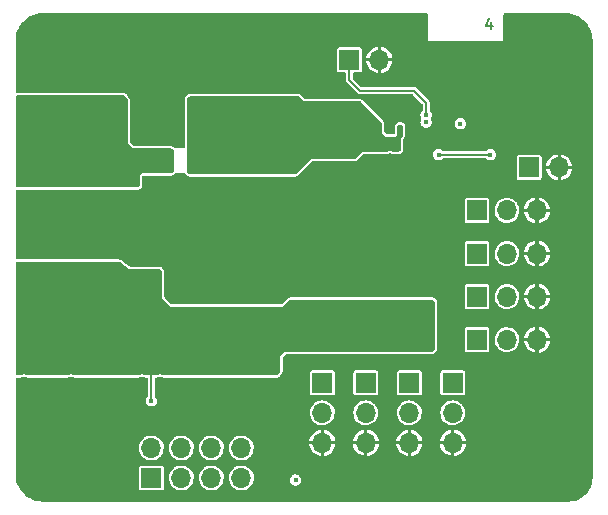
<source format=gbl>
%TF.GenerationSoftware,KiCad,Pcbnew,6.0.1-79c1e3a40b~116~ubuntu20.04.1*%
%TF.CreationDate,2022-01-22T21:44:08+01:00*%
%TF.ProjectId,Step_Down_Converter,53746570-5f44-46f7-976e-5f436f6e7665,rev?*%
%TF.SameCoordinates,Original*%
%TF.FileFunction,Copper,L4,Bot*%
%TF.FilePolarity,Positive*%
%FSLAX46Y46*%
G04 Gerber Fmt 4.6, Leading zero omitted, Abs format (unit mm)*
G04 Created by KiCad (PCBNEW 6.0.1-79c1e3a40b~116~ubuntu20.04.1) date 2022-01-22 21:44:08*
%MOMM*%
%LPD*%
G01*
G04 APERTURE LIST*
%ADD10C,0.175000*%
%TA.AperFunction,NonConductor*%
%ADD11C,0.175000*%
%TD*%
%TA.AperFunction,ComponentPad*%
%ADD12R,1.700000X1.700000*%
%TD*%
%TA.AperFunction,ComponentPad*%
%ADD13O,1.700000X1.700000*%
%TD*%
%TA.AperFunction,ComponentPad*%
%ADD14C,6.400000*%
%TD*%
%TA.AperFunction,ComponentPad*%
%ADD15R,1.950000X1.950000*%
%TD*%
%TA.AperFunction,ComponentPad*%
%ADD16C,1.950000*%
%TD*%
%TA.AperFunction,ViaPad*%
%ADD17C,0.400000*%
%TD*%
%TA.AperFunction,ViaPad*%
%ADD18C,0.800000*%
%TD*%
%TA.AperFunction,Conductor*%
%ADD19C,0.200000*%
%TD*%
G04 APERTURE END LIST*
D10*
D11*
X204571428Y-107107142D02*
X204571428Y-107707142D01*
X204357142Y-106764285D02*
X204142857Y-107407142D01*
X204700000Y-107407142D01*
D12*
X192550000Y-110300000D03*
D13*
X195090000Y-110300000D03*
D14*
X208100000Y-111400000D03*
D12*
X203358000Y-130350000D03*
D13*
X205898000Y-130350000D03*
X208438000Y-130350000D03*
D12*
X193945000Y-137650000D03*
D13*
X193945000Y-140190000D03*
X193945000Y-142730000D03*
D12*
X203358000Y-134000000D03*
D13*
X205898000Y-134000000D03*
X208438000Y-134000000D03*
D12*
X203358000Y-123050000D03*
D13*
X205898000Y-123050000D03*
X208438000Y-123050000D03*
D12*
X201311000Y-137650000D03*
D13*
X201311000Y-140190000D03*
X201311000Y-142730000D03*
D12*
X203358000Y-126700000D03*
D13*
X205898000Y-126700000D03*
X208438000Y-126700000D03*
D12*
X207775000Y-119400000D03*
D13*
X210315000Y-119400000D03*
D15*
X168662500Y-129750000D03*
D16*
X168662500Y-134750000D03*
X168662500Y-139750000D03*
X168662500Y-144750000D03*
D14*
X178600000Y-124500000D03*
D12*
X175785000Y-145700000D03*
D13*
X175785000Y-143160000D03*
X178325000Y-145700000D03*
X178325000Y-143160000D03*
X180865000Y-145700000D03*
X180865000Y-143160000D03*
X183405000Y-145700000D03*
X183405000Y-143160000D03*
D15*
X168662500Y-109600000D03*
D16*
X168662500Y-114600000D03*
X168662500Y-119600000D03*
X168662500Y-124600000D03*
D12*
X197628000Y-137650000D03*
D13*
X197628000Y-140190000D03*
X197628000Y-142730000D03*
D12*
X190262000Y-137650000D03*
D13*
X190262000Y-140190000D03*
X190262000Y-142730000D03*
D14*
X208100000Y-142650000D03*
D17*
X165000000Y-124150000D03*
X183000000Y-106900000D03*
X196950000Y-119200000D03*
X178100000Y-128200000D03*
X165000000Y-109400000D03*
X172500000Y-144900000D03*
X199100000Y-121700000D03*
X184000000Y-147400000D03*
D18*
X188500000Y-124500000D03*
D17*
X193000000Y-145200000D03*
X213000000Y-122400000D03*
X178200000Y-129800000D03*
X197400000Y-114000000D03*
X196000000Y-138400000D03*
X204500000Y-109400000D03*
D18*
X192000000Y-129000000D03*
D17*
X213000000Y-126900000D03*
X180800000Y-128800000D03*
X203382550Y-119500000D03*
X175800000Y-127200000D03*
D18*
X190000000Y-129000000D03*
D17*
X193000000Y-147450000D03*
X206000000Y-106800000D03*
X203500000Y-136400000D03*
X196000000Y-136000000D03*
X199825000Y-114575000D03*
X212600000Y-113400000D03*
X187500000Y-106900000D03*
X210800000Y-130800000D03*
D18*
X196000000Y-129000000D03*
D17*
X188000000Y-129800000D03*
X176500000Y-137400000D03*
X186800000Y-128800000D03*
D18*
X185500000Y-124500000D03*
D17*
X192400000Y-113300000D03*
X204500000Y-112400000D03*
X177000000Y-140900000D03*
D18*
X182500000Y-126000000D03*
D17*
X166500000Y-107400000D03*
X210500000Y-106900000D03*
X192000000Y-106900000D03*
D18*
X194000000Y-129000000D03*
D17*
X175000000Y-147400000D03*
X198000000Y-118500000D03*
X183000000Y-109400000D03*
X211000000Y-133800000D03*
X169500000Y-112400000D03*
D18*
X187000000Y-123000000D03*
D17*
X173000000Y-124150000D03*
X199000000Y-106900000D03*
X183000000Y-112400000D03*
X206400000Y-120000000D03*
X169500000Y-106900000D03*
X204500000Y-121400000D03*
X165000000Y-112400000D03*
X178400000Y-120800000D03*
X197500000Y-147450000D03*
X187500000Y-144900000D03*
D18*
X185500000Y-123000000D03*
D17*
X199000000Y-112400000D03*
X202700000Y-121700000D03*
D18*
X198000000Y-129000000D03*
D17*
X165000000Y-126600000D03*
X208200000Y-137200000D03*
X204200000Y-141800000D03*
D18*
X187000000Y-124500000D03*
D17*
X169000000Y-126600000D03*
X200200000Y-145200000D03*
X213000000Y-135900000D03*
D18*
X190000000Y-127000000D03*
D17*
X194800000Y-145200000D03*
X169000000Y-121900000D03*
X169000000Y-137400000D03*
X202300000Y-116800000D03*
X188500000Y-147450000D03*
D18*
X182500000Y-123000000D03*
X184000000Y-124500000D03*
D17*
X211000000Y-127000000D03*
D18*
X198000000Y-127000000D03*
D17*
X202000000Y-147450000D03*
X183200000Y-128400000D03*
X187500000Y-112400000D03*
X184800000Y-144400000D03*
D18*
X196000000Y-127000000D03*
D17*
X182000000Y-140900000D03*
X202500000Y-124800000D03*
X196950000Y-118500000D03*
D18*
X184000000Y-127500000D03*
D17*
X213000000Y-140400000D03*
X202500000Y-132200000D03*
X165000000Y-121900000D03*
X199521750Y-116155500D03*
X199500000Y-138400000D03*
D18*
X187000000Y-126000000D03*
D17*
X199500000Y-136000000D03*
X213000000Y-117900000D03*
X199000000Y-145200000D03*
X211200000Y-120900000D03*
D18*
X188500000Y-123000000D03*
D17*
X165000000Y-137400000D03*
X204400000Y-119600000D03*
X174000000Y-109400000D03*
D18*
X184000000Y-126000000D03*
X182500000Y-127500000D03*
D17*
X196000000Y-118500000D03*
X213000000Y-144900000D03*
X210500000Y-116900000D03*
D18*
X185500000Y-127500000D03*
D17*
X166000000Y-147400000D03*
X189500000Y-145600000D03*
X199000000Y-109400000D03*
X174000000Y-106900000D03*
D18*
X187000000Y-127500000D03*
D17*
X187500000Y-142400000D03*
X173000000Y-121900000D03*
X187500000Y-138400000D03*
X174000000Y-112400000D03*
X196500000Y-109400000D03*
X191200000Y-145200000D03*
X182000000Y-144400000D03*
X198000000Y-117400000D03*
D18*
X182500000Y-124500000D03*
D17*
X204000000Y-114400000D03*
X205500000Y-124600000D03*
X170500000Y-147400000D03*
X202000000Y-114400000D03*
D18*
X185500000Y-126000000D03*
D17*
X204400000Y-138400000D03*
X175000000Y-137400000D03*
X169000000Y-141900000D03*
X206500000Y-147450000D03*
X201300000Y-120300000D03*
X202200000Y-145200000D03*
X196500000Y-112400000D03*
X213000000Y-131400000D03*
X178500000Y-112400000D03*
X178000000Y-117000000D03*
X211000000Y-147450000D03*
D18*
X184000000Y-123000000D03*
X192000000Y-127000000D03*
D17*
X196000000Y-119200000D03*
X207000000Y-116900000D03*
D18*
X188500000Y-127500000D03*
D17*
X205500000Y-132000000D03*
X175000000Y-141900000D03*
X184600000Y-140900000D03*
D18*
X188500000Y-126000000D03*
D17*
X173000000Y-126600000D03*
X202000000Y-109400000D03*
X179600000Y-140900000D03*
X201600000Y-116800000D03*
X165000000Y-146400000D03*
X191500000Y-111650000D03*
X202600000Y-135400000D03*
X196500000Y-106900000D03*
X192000000Y-135900000D03*
X177000000Y-144400000D03*
X202500000Y-128400000D03*
X202000000Y-112400000D03*
X172500000Y-139900000D03*
X205500000Y-128200000D03*
D18*
X194000000Y-127000000D03*
X181000000Y-127500000D03*
D17*
X196800000Y-145200000D03*
X188600000Y-135900000D03*
X178500000Y-109400000D03*
X210800000Y-123200000D03*
X194800000Y-114400000D03*
X192000000Y-138400000D03*
X178500000Y-106900000D03*
X174400000Y-117000000D03*
X165000000Y-141900000D03*
X179500000Y-147400000D03*
X212500000Y-108900000D03*
X179585000Y-144425000D03*
X199050000Y-114950000D03*
D18*
X192000000Y-115500000D03*
X189600000Y-114500000D03*
X191200000Y-118300000D03*
X193500000Y-115500000D03*
X182050000Y-115450000D03*
X183800000Y-119500000D03*
X182000000Y-114000000D03*
X192600000Y-114500000D03*
X183500000Y-114000000D03*
X194800000Y-115700000D03*
X185050000Y-115450000D03*
X183550000Y-115450000D03*
X190500000Y-115500000D03*
X183500000Y-117000000D03*
X185000000Y-117000000D03*
X182000000Y-117000000D03*
X185000000Y-114000000D03*
D17*
X196150000Y-117450000D03*
D18*
X186200000Y-119500000D03*
X189000000Y-115500000D03*
D17*
X200100000Y-118325000D03*
X204499511Y-118325000D03*
X188000000Y-145875000D03*
X201950000Y-115700000D03*
D18*
X165000000Y-130500000D03*
X192000000Y-131500000D03*
X171000000Y-132000000D03*
X192000000Y-134000000D03*
X165000000Y-133500000D03*
X171000000Y-136000000D03*
X198500000Y-134000000D03*
X175500000Y-134000000D03*
X169500000Y-132000000D03*
X196500000Y-131500000D03*
X175500000Y-136000000D03*
X172500000Y-134000000D03*
X178500000Y-136000000D03*
X196500000Y-134000000D03*
X166500000Y-132000000D03*
X165000000Y-129000000D03*
X175500000Y-132000000D03*
X165000000Y-135000000D03*
X198500000Y-131500000D03*
X177000000Y-134000000D03*
X166500000Y-136500000D03*
X188000000Y-132600000D03*
X166500000Y-130500000D03*
X172500000Y-136000000D03*
X168000000Y-136500000D03*
X177000000Y-132000000D03*
X171000000Y-134000000D03*
X174000000Y-130500000D03*
X166500000Y-129000000D03*
X172500000Y-128500000D03*
X171000000Y-128500000D03*
X175500000Y-130500000D03*
X172500000Y-130500000D03*
X172600000Y-131900000D03*
X165000000Y-136500000D03*
X177000000Y-136000000D03*
X174000000Y-132000000D03*
X174000000Y-134000000D03*
X178500000Y-132000000D03*
D17*
X199050000Y-115575000D03*
X175775000Y-139175000D03*
D18*
X178500000Y-134000000D03*
X166500000Y-135000000D03*
X171000000Y-130500000D03*
X165000000Y-132000000D03*
X190000000Y-134000000D03*
X174000000Y-136000000D03*
X169500000Y-136500000D03*
X168000000Y-132000000D03*
X166500000Y-133500000D03*
X190000000Y-131500000D03*
X171000000Y-117000000D03*
X171000000Y-120000000D03*
X173000000Y-120000000D03*
X171000000Y-118500000D03*
X165000000Y-115500000D03*
X165000000Y-118500000D03*
X173000000Y-117000000D03*
X165000000Y-117000000D03*
X169000000Y-117000000D03*
X167000000Y-114000000D03*
X165000000Y-120000000D03*
X173000000Y-114000000D03*
X171000000Y-114000000D03*
X167000000Y-118500000D03*
X167000000Y-117000000D03*
X167000000Y-120000000D03*
X165000000Y-114000000D03*
X173000000Y-118500000D03*
X173000000Y-115500000D03*
X167000000Y-115500000D03*
X171000000Y-115500000D03*
D19*
X192550000Y-111975000D02*
X192550000Y-110300000D01*
X199050000Y-114950000D02*
X199050000Y-113925000D01*
X198025000Y-112900000D02*
X193475000Y-112900000D01*
X199050000Y-113925000D02*
X198025000Y-112900000D01*
X193475000Y-112900000D02*
X192550000Y-111975000D01*
X203675000Y-118325000D02*
X200100000Y-118325000D01*
X204499511Y-118325000D02*
X203675000Y-118325000D01*
X175775000Y-136125000D02*
X175775000Y-139175000D01*
%TA.AperFunction,Conductor*%
G36*
X188315931Y-113420002D02*
G01*
X188336905Y-113436905D01*
X188700000Y-113800000D01*
X193447810Y-113800000D01*
X193515931Y-113820002D01*
X193536905Y-113836905D01*
X195263095Y-115563095D01*
X195297121Y-115625407D01*
X195300000Y-115652190D01*
X195300000Y-116500000D01*
X195600000Y-116800000D01*
X196500000Y-116800000D01*
X196600000Y-116700000D01*
X196600000Y-115952190D01*
X196620002Y-115884069D01*
X196636905Y-115863095D01*
X196663095Y-115836905D01*
X196725407Y-115802879D01*
X196752190Y-115800000D01*
X196947810Y-115800000D01*
X197015931Y-115820002D01*
X197036905Y-115836905D01*
X197063095Y-115863095D01*
X197097121Y-115925407D01*
X197100000Y-115952190D01*
X197100000Y-116647810D01*
X197079998Y-116715931D01*
X197063095Y-116736905D01*
X196900000Y-116900000D01*
X196900000Y-117924678D01*
X196879998Y-117992799D01*
X196826342Y-118039292D01*
X196808625Y-118045827D01*
X196762473Y-118059017D01*
X196762471Y-118059018D01*
X196753842Y-118061484D01*
X196746251Y-118066274D01*
X196746248Y-118066275D01*
X196723604Y-118080562D01*
X196656369Y-118100000D01*
X196294440Y-118100000D01*
X196225908Y-118079733D01*
X196209030Y-118068793D01*
X196209029Y-118068793D01*
X196201501Y-118063913D01*
X196192904Y-118061342D01*
X196192902Y-118061341D01*
X196115973Y-118038335D01*
X196071006Y-118024887D01*
X196062030Y-118024832D01*
X196062029Y-118024832D01*
X196005036Y-118024484D01*
X195934804Y-118024055D01*
X195926172Y-118026522D01*
X195812473Y-118059017D01*
X195812471Y-118059018D01*
X195803842Y-118061484D01*
X195796251Y-118066274D01*
X195796248Y-118066275D01*
X195773604Y-118080562D01*
X195706369Y-118100000D01*
X193600000Y-118100000D01*
X193036905Y-118663095D01*
X192974593Y-118697121D01*
X192947810Y-118700000D01*
X189300000Y-118700000D01*
X188036905Y-119963095D01*
X187974593Y-119997121D01*
X187947810Y-120000000D01*
X179052190Y-120000000D01*
X178984069Y-119979998D01*
X178963095Y-119963095D01*
X178836905Y-119836905D01*
X178802879Y-119774593D01*
X178800000Y-119747810D01*
X178800000Y-113652190D01*
X178820002Y-113584069D01*
X178836905Y-113563095D01*
X178963095Y-113436905D01*
X179025407Y-113402879D01*
X179052190Y-113400000D01*
X188247810Y-113400000D01*
X188315931Y-113420002D01*
G37*
%TD.AperFunction*%
%TA.AperFunction,Conductor*%
G36*
X173126121Y-127420002D02*
G01*
X173133600Y-127425200D01*
X173900000Y-128000000D01*
X176447810Y-128000000D01*
X176515931Y-128020002D01*
X176536905Y-128036905D01*
X176663095Y-128163095D01*
X176697121Y-128225407D01*
X176700000Y-128252190D01*
X176700000Y-130500000D01*
X177400000Y-131200000D01*
X186900000Y-131200000D01*
X187463095Y-130636905D01*
X187525407Y-130602879D01*
X187552190Y-130600000D01*
X199547810Y-130600000D01*
X199615931Y-130620002D01*
X199636905Y-130636905D01*
X199763095Y-130763095D01*
X199797121Y-130825407D01*
X199800000Y-130852190D01*
X199800000Y-134747810D01*
X199779998Y-134815931D01*
X199763095Y-134836905D01*
X199636905Y-134963095D01*
X199574593Y-134997121D01*
X199547810Y-135000000D01*
X187100000Y-135000000D01*
X186700000Y-135400000D01*
X186700000Y-136661851D01*
X186678838Y-136731743D01*
X186537405Y-136943892D01*
X186482976Y-136989477D01*
X186432567Y-137000000D01*
X176794440Y-137000000D01*
X176725908Y-136979733D01*
X176709030Y-136968793D01*
X176709029Y-136968793D01*
X176701501Y-136963913D01*
X176692904Y-136961342D01*
X176692902Y-136961341D01*
X176611192Y-136936905D01*
X176571006Y-136924887D01*
X176562030Y-136924832D01*
X176562029Y-136924832D01*
X176505036Y-136924484D01*
X176434804Y-136924055D01*
X176426172Y-136926522D01*
X176312473Y-136959017D01*
X176312471Y-136959018D01*
X176303842Y-136961484D01*
X176296251Y-136966274D01*
X176296248Y-136966275D01*
X176273604Y-136980562D01*
X176206369Y-137000000D01*
X175294440Y-137000000D01*
X175225908Y-136979733D01*
X175209030Y-136968793D01*
X175209029Y-136968793D01*
X175201501Y-136963913D01*
X175192904Y-136961342D01*
X175192902Y-136961341D01*
X175111192Y-136936905D01*
X175071006Y-136924887D01*
X175062030Y-136924832D01*
X175062029Y-136924832D01*
X175005036Y-136924484D01*
X174934804Y-136924055D01*
X174926172Y-136926522D01*
X174812473Y-136959017D01*
X174812471Y-136959018D01*
X174803842Y-136961484D01*
X174796251Y-136966274D01*
X174796248Y-136966275D01*
X174773604Y-136980562D01*
X174706369Y-137000000D01*
X169294440Y-137000000D01*
X169225908Y-136979733D01*
X169209030Y-136968793D01*
X169209029Y-136968793D01*
X169201501Y-136963913D01*
X169192904Y-136961342D01*
X169192902Y-136961341D01*
X169111192Y-136936905D01*
X169071006Y-136924887D01*
X169062030Y-136924832D01*
X169062029Y-136924832D01*
X169005036Y-136924484D01*
X168934804Y-136924055D01*
X168926172Y-136926522D01*
X168812473Y-136959017D01*
X168812471Y-136959018D01*
X168803842Y-136961484D01*
X168796251Y-136966274D01*
X168796248Y-136966275D01*
X168773604Y-136980562D01*
X168706369Y-137000000D01*
X165294440Y-137000000D01*
X165225908Y-136979733D01*
X165209030Y-136968793D01*
X165209029Y-136968793D01*
X165201501Y-136963913D01*
X165192904Y-136961342D01*
X165192902Y-136961341D01*
X165111192Y-136936905D01*
X165071006Y-136924887D01*
X165062030Y-136924832D01*
X165062029Y-136924832D01*
X165005036Y-136924484D01*
X164934804Y-136924055D01*
X164926172Y-136926522D01*
X164812473Y-136959017D01*
X164812471Y-136959018D01*
X164803842Y-136961484D01*
X164796251Y-136966274D01*
X164796248Y-136966275D01*
X164773604Y-136980562D01*
X164706369Y-137000000D01*
X164452190Y-137000000D01*
X164384069Y-136979998D01*
X164363095Y-136963095D01*
X164336905Y-136936905D01*
X164302879Y-136874593D01*
X164300000Y-136847810D01*
X164300000Y-127552190D01*
X164320002Y-127484069D01*
X164336905Y-127463095D01*
X164363095Y-127436905D01*
X164425407Y-127402879D01*
X164452190Y-127400000D01*
X173058000Y-127400000D01*
X173126121Y-127420002D01*
G37*
%TD.AperFunction*%
%TA.AperFunction,Conductor*%
G36*
X173505121Y-113320002D02*
G01*
X173537800Y-113350400D01*
X173774800Y-113666400D01*
X173799671Y-113732898D01*
X173800000Y-113742000D01*
X173800000Y-117400000D01*
X174200000Y-117800000D01*
X177447810Y-117800000D01*
X177515931Y-117820002D01*
X177536905Y-117836905D01*
X177663095Y-117963095D01*
X177697121Y-118025407D01*
X177700000Y-118052190D01*
X177700000Y-119647810D01*
X177679998Y-119715931D01*
X177663095Y-119736905D01*
X177536905Y-119863095D01*
X177474593Y-119897121D01*
X177447810Y-119900000D01*
X175000000Y-119900000D01*
X174800000Y-120100000D01*
X174800000Y-120947810D01*
X174779998Y-121015931D01*
X174763095Y-121036905D01*
X174736905Y-121063095D01*
X174674593Y-121097121D01*
X174647810Y-121100000D01*
X164452190Y-121100000D01*
X164384069Y-121079998D01*
X164363095Y-121063095D01*
X164336905Y-121036905D01*
X164302879Y-120974593D01*
X164300000Y-120947810D01*
X164300000Y-113426000D01*
X164320002Y-113357879D01*
X164373658Y-113311386D01*
X164426000Y-113300000D01*
X173437000Y-113300000D01*
X173505121Y-113320002D01*
G37*
%TD.AperFunction*%
%TA.AperFunction,Conductor*%
G36*
X199142121Y-106370002D02*
G01*
X199188614Y-106423658D01*
X199200000Y-106476000D01*
X199200000Y-108700000D01*
X205600000Y-108700000D01*
X205600000Y-106476000D01*
X205620002Y-106407879D01*
X205673658Y-106361386D01*
X205726000Y-106350000D01*
X210812976Y-106350000D01*
X210830182Y-106351953D01*
X210835813Y-106351963D01*
X210849642Y-106355143D01*
X210863483Y-106352011D01*
X210877668Y-106352036D01*
X210877667Y-106352796D01*
X210885559Y-106352151D01*
X211038227Y-106361386D01*
X211119627Y-106366310D01*
X211134731Y-106368144D01*
X211392928Y-106415460D01*
X211407701Y-106419101D01*
X211658322Y-106497198D01*
X211672540Y-106502591D01*
X211911922Y-106610327D01*
X211925375Y-106617388D01*
X212150029Y-106753196D01*
X212162543Y-106761833D01*
X212369188Y-106923729D01*
X212380576Y-106933819D01*
X212566181Y-107119424D01*
X212576271Y-107130812D01*
X212738167Y-107337457D01*
X212746804Y-107349971D01*
X212882612Y-107574625D01*
X212889676Y-107588084D01*
X212997408Y-107827456D01*
X213002804Y-107841683D01*
X213080899Y-108092299D01*
X213084540Y-108107072D01*
X213131856Y-108365269D01*
X213133690Y-108380373D01*
X213147831Y-108614145D01*
X213148061Y-108621972D01*
X213148037Y-108635815D01*
X213144857Y-108649642D01*
X213147989Y-108663482D01*
X213147980Y-108668371D01*
X213150000Y-108686448D01*
X213150000Y-145612976D01*
X213148047Y-145630182D01*
X213148037Y-145635813D01*
X213144857Y-145649642D01*
X213147989Y-145663483D01*
X213147965Y-145677147D01*
X213147695Y-145685168D01*
X213133002Y-145909337D01*
X213130851Y-145925677D01*
X213110272Y-146029135D01*
X213087498Y-146143631D01*
X213081759Y-146172481D01*
X213077495Y-146188394D01*
X213022860Y-146349344D01*
X212996608Y-146426680D01*
X212990301Y-146441906D01*
X212879005Y-146667592D01*
X212870764Y-146681866D01*
X212730961Y-146891096D01*
X212720928Y-146904171D01*
X212555008Y-147093367D01*
X212543367Y-147105008D01*
X212354171Y-147270928D01*
X212341096Y-147280961D01*
X212131866Y-147420764D01*
X212117592Y-147429005D01*
X211891906Y-147540301D01*
X211876682Y-147546607D01*
X211638394Y-147627495D01*
X211622484Y-147631758D01*
X211499079Y-147656305D01*
X211375677Y-147680851D01*
X211359337Y-147683002D01*
X211281566Y-147688100D01*
X211133758Y-147697787D01*
X211125308Y-147698057D01*
X211114188Y-147698037D01*
X211100358Y-147694857D01*
X211086518Y-147697989D01*
X211081628Y-147697980D01*
X211063552Y-147700000D01*
X166637024Y-147700000D01*
X166619818Y-147698047D01*
X166614187Y-147698037D01*
X166600358Y-147694857D01*
X166586517Y-147697989D01*
X166572332Y-147697964D01*
X166572333Y-147697204D01*
X166564441Y-147697849D01*
X166396228Y-147687674D01*
X166330373Y-147683690D01*
X166315269Y-147681856D01*
X166057072Y-147634540D01*
X166042299Y-147630899D01*
X166031369Y-147627493D01*
X165791678Y-147552802D01*
X165777460Y-147547409D01*
X165538078Y-147439673D01*
X165524625Y-147432612D01*
X165299971Y-147296804D01*
X165287457Y-147288167D01*
X165080812Y-147126271D01*
X165069424Y-147116181D01*
X164883819Y-146930576D01*
X164873729Y-146919188D01*
X164711833Y-146712543D01*
X164703196Y-146700029D01*
X164624438Y-146569748D01*
X174734500Y-146569748D01*
X174735707Y-146575816D01*
X174739331Y-146594033D01*
X174746133Y-146628231D01*
X174790448Y-146694552D01*
X174856769Y-146738867D01*
X174868938Y-146741288D01*
X174868939Y-146741288D01*
X174909184Y-146749293D01*
X174915252Y-146750500D01*
X176654748Y-146750500D01*
X176660816Y-146749293D01*
X176701061Y-146741288D01*
X176701062Y-146741288D01*
X176713231Y-146738867D01*
X176779552Y-146694552D01*
X176823867Y-146628231D01*
X176830670Y-146594033D01*
X176834293Y-146575816D01*
X176835500Y-146569748D01*
X176835500Y-145685262D01*
X177269520Y-145685262D01*
X177270036Y-145691406D01*
X177286031Y-145881878D01*
X177286759Y-145890553D01*
X177288458Y-145896478D01*
X177326497Y-146029135D01*
X177343544Y-146088586D01*
X177346359Y-146094063D01*
X177346360Y-146094066D01*
X177420021Y-146237395D01*
X177437712Y-146271818D01*
X177565677Y-146433270D01*
X177722564Y-146566791D01*
X177727942Y-146569797D01*
X177727944Y-146569798D01*
X177738712Y-146575816D01*
X177902398Y-146667297D01*
X177986280Y-146694552D01*
X178092471Y-146729056D01*
X178092475Y-146729057D01*
X178098329Y-146730959D01*
X178302894Y-146755351D01*
X178309029Y-146754879D01*
X178309031Y-146754879D01*
X178381625Y-146749293D01*
X178508300Y-146739546D01*
X178514230Y-146737890D01*
X178514232Y-146737890D01*
X178700797Y-146685800D01*
X178700796Y-146685800D01*
X178706725Y-146684145D01*
X178712214Y-146681372D01*
X178712220Y-146681370D01*
X178885116Y-146594033D01*
X178890610Y-146591258D01*
X178913555Y-146573332D01*
X179048101Y-146468213D01*
X179052951Y-146464424D01*
X179085531Y-146426680D01*
X179183540Y-146313134D01*
X179183540Y-146313133D01*
X179187564Y-146308472D01*
X179208387Y-146271818D01*
X179227941Y-146237395D01*
X179289323Y-146129344D01*
X179354351Y-145933863D01*
X179380171Y-145729474D01*
X179380583Y-145700000D01*
X179379138Y-145685262D01*
X179809520Y-145685262D01*
X179810036Y-145691406D01*
X179826031Y-145881878D01*
X179826759Y-145890553D01*
X179828458Y-145896478D01*
X179866497Y-146029135D01*
X179883544Y-146088586D01*
X179886359Y-146094063D01*
X179886360Y-146094066D01*
X179960021Y-146237395D01*
X179977712Y-146271818D01*
X180105677Y-146433270D01*
X180262564Y-146566791D01*
X180267942Y-146569797D01*
X180267944Y-146569798D01*
X180278712Y-146575816D01*
X180442398Y-146667297D01*
X180526280Y-146694552D01*
X180632471Y-146729056D01*
X180632475Y-146729057D01*
X180638329Y-146730959D01*
X180842894Y-146755351D01*
X180849029Y-146754879D01*
X180849031Y-146754879D01*
X180921625Y-146749293D01*
X181048300Y-146739546D01*
X181054230Y-146737890D01*
X181054232Y-146737890D01*
X181240797Y-146685800D01*
X181240796Y-146685800D01*
X181246725Y-146684145D01*
X181252214Y-146681372D01*
X181252220Y-146681370D01*
X181425116Y-146594033D01*
X181430610Y-146591258D01*
X181453555Y-146573332D01*
X181588101Y-146468213D01*
X181592951Y-146464424D01*
X181625531Y-146426680D01*
X181723540Y-146313134D01*
X181723540Y-146313133D01*
X181727564Y-146308472D01*
X181748387Y-146271818D01*
X181767941Y-146237395D01*
X181829323Y-146129344D01*
X181894351Y-145933863D01*
X181920171Y-145729474D01*
X181920583Y-145700000D01*
X181919138Y-145685262D01*
X182349520Y-145685262D01*
X182350036Y-145691406D01*
X182366031Y-145881878D01*
X182366759Y-145890553D01*
X182368458Y-145896478D01*
X182406497Y-146029135D01*
X182423544Y-146088586D01*
X182426359Y-146094063D01*
X182426360Y-146094066D01*
X182500021Y-146237395D01*
X182517712Y-146271818D01*
X182645677Y-146433270D01*
X182802564Y-146566791D01*
X182807942Y-146569797D01*
X182807944Y-146569798D01*
X182818712Y-146575816D01*
X182982398Y-146667297D01*
X183066280Y-146694552D01*
X183172471Y-146729056D01*
X183172475Y-146729057D01*
X183178329Y-146730959D01*
X183382894Y-146755351D01*
X183389029Y-146754879D01*
X183389031Y-146754879D01*
X183461625Y-146749293D01*
X183588300Y-146739546D01*
X183594230Y-146737890D01*
X183594232Y-146737890D01*
X183780797Y-146685800D01*
X183780796Y-146685800D01*
X183786725Y-146684145D01*
X183792214Y-146681372D01*
X183792220Y-146681370D01*
X183965116Y-146594033D01*
X183970610Y-146591258D01*
X183993555Y-146573332D01*
X184128101Y-146468213D01*
X184132951Y-146464424D01*
X184165531Y-146426680D01*
X184263540Y-146313134D01*
X184263540Y-146313133D01*
X184267564Y-146308472D01*
X184288387Y-146271818D01*
X184307941Y-146237395D01*
X184369323Y-146129344D01*
X184434351Y-145933863D01*
X184442528Y-145869131D01*
X187519646Y-145869131D01*
X187520810Y-145878033D01*
X187520810Y-145878036D01*
X187521644Y-145884411D01*
X187537306Y-146004186D01*
X187592162Y-146128856D01*
X187597939Y-146135729D01*
X187597940Y-146135730D01*
X187658956Y-146208317D01*
X187679804Y-146233119D01*
X187793187Y-146308593D01*
X187923195Y-146349210D01*
X188059377Y-146351706D01*
X188102542Y-146339938D01*
X188182124Y-146318242D01*
X188182127Y-146318241D01*
X188190786Y-146315880D01*
X188198436Y-146311183D01*
X188198438Y-146311182D01*
X188299206Y-146249311D01*
X188299209Y-146249308D01*
X188306858Y-146244612D01*
X188313391Y-146237395D01*
X188392233Y-146150291D01*
X188392234Y-146150290D01*
X188398261Y-146143631D01*
X188405420Y-146128856D01*
X188453734Y-146029135D01*
X188453734Y-146029134D01*
X188457649Y-146021054D01*
X188480247Y-145886737D01*
X188480390Y-145875000D01*
X188461081Y-145740171D01*
X188456218Y-145729474D01*
X188438909Y-145691406D01*
X188404706Y-145616180D01*
X188315796Y-145512996D01*
X188256650Y-145474659D01*
X188209032Y-145443794D01*
X188209030Y-145443793D01*
X188201501Y-145438913D01*
X188192904Y-145436342D01*
X188192902Y-145436341D01*
X188115973Y-145413335D01*
X188071006Y-145399887D01*
X188062030Y-145399832D01*
X188062029Y-145399832D01*
X188005036Y-145399484D01*
X187934804Y-145399055D01*
X187926172Y-145401522D01*
X187812473Y-145434017D01*
X187812471Y-145434018D01*
X187803842Y-145436484D01*
X187796252Y-145441273D01*
X187711148Y-145494970D01*
X187688650Y-145509165D01*
X187598487Y-145611255D01*
X187594673Y-145619378D01*
X187594672Y-145619380D01*
X187572152Y-145667346D01*
X187540601Y-145734548D01*
X187519646Y-145869131D01*
X184442528Y-145869131D01*
X184460171Y-145729474D01*
X184460583Y-145700000D01*
X184440480Y-145494970D01*
X184380935Y-145297749D01*
X184284218Y-145115849D01*
X184210859Y-145025902D01*
X184157906Y-144960975D01*
X184157903Y-144960972D01*
X184154011Y-144956200D01*
X184136786Y-144941950D01*
X184000025Y-144828811D01*
X184000021Y-144828809D01*
X183995275Y-144824882D01*
X183814055Y-144726897D01*
X183617254Y-144665977D01*
X183611129Y-144665333D01*
X183611128Y-144665333D01*
X183418498Y-144645087D01*
X183418496Y-144645087D01*
X183412369Y-144644443D01*
X183325529Y-144652346D01*
X183213342Y-144662555D01*
X183213339Y-144662556D01*
X183207203Y-144663114D01*
X183009572Y-144721280D01*
X182827002Y-144816726D01*
X182822201Y-144820586D01*
X182822198Y-144820588D01*
X182671254Y-144941950D01*
X182666447Y-144945815D01*
X182534024Y-145103630D01*
X182531056Y-145109028D01*
X182531053Y-145109033D01*
X182524315Y-145121290D01*
X182434776Y-145284162D01*
X182372484Y-145480532D01*
X182371798Y-145486649D01*
X182371797Y-145486653D01*
X182358576Y-145604527D01*
X182349520Y-145685262D01*
X181919138Y-145685262D01*
X181900480Y-145494970D01*
X181840935Y-145297749D01*
X181744218Y-145115849D01*
X181670859Y-145025902D01*
X181617906Y-144960975D01*
X181617903Y-144960972D01*
X181614011Y-144956200D01*
X181596786Y-144941950D01*
X181460025Y-144828811D01*
X181460021Y-144828809D01*
X181455275Y-144824882D01*
X181274055Y-144726897D01*
X181077254Y-144665977D01*
X181071129Y-144665333D01*
X181071128Y-144665333D01*
X180878498Y-144645087D01*
X180878496Y-144645087D01*
X180872369Y-144644443D01*
X180785529Y-144652346D01*
X180673342Y-144662555D01*
X180673339Y-144662556D01*
X180667203Y-144663114D01*
X180469572Y-144721280D01*
X180287002Y-144816726D01*
X180282201Y-144820586D01*
X180282198Y-144820588D01*
X180131254Y-144941950D01*
X180126447Y-144945815D01*
X179994024Y-145103630D01*
X179991056Y-145109028D01*
X179991053Y-145109033D01*
X179984315Y-145121290D01*
X179894776Y-145284162D01*
X179832484Y-145480532D01*
X179831798Y-145486649D01*
X179831797Y-145486653D01*
X179818576Y-145604527D01*
X179809520Y-145685262D01*
X179379138Y-145685262D01*
X179360480Y-145494970D01*
X179300935Y-145297749D01*
X179204218Y-145115849D01*
X179130859Y-145025902D01*
X179077906Y-144960975D01*
X179077903Y-144960972D01*
X179074011Y-144956200D01*
X179056786Y-144941950D01*
X178920025Y-144828811D01*
X178920021Y-144828809D01*
X178915275Y-144824882D01*
X178734055Y-144726897D01*
X178537254Y-144665977D01*
X178531129Y-144665333D01*
X178531128Y-144665333D01*
X178338498Y-144645087D01*
X178338496Y-144645087D01*
X178332369Y-144644443D01*
X178245529Y-144652346D01*
X178133342Y-144662555D01*
X178133339Y-144662556D01*
X178127203Y-144663114D01*
X177929572Y-144721280D01*
X177747002Y-144816726D01*
X177742201Y-144820586D01*
X177742198Y-144820588D01*
X177591254Y-144941950D01*
X177586447Y-144945815D01*
X177454024Y-145103630D01*
X177451056Y-145109028D01*
X177451053Y-145109033D01*
X177444315Y-145121290D01*
X177354776Y-145284162D01*
X177292484Y-145480532D01*
X177291798Y-145486649D01*
X177291797Y-145486653D01*
X177278576Y-145604527D01*
X177269520Y-145685262D01*
X176835500Y-145685262D01*
X176835500Y-144830252D01*
X176823867Y-144771769D01*
X176779552Y-144705448D01*
X176713231Y-144661133D01*
X176701062Y-144658712D01*
X176701061Y-144658712D01*
X176660816Y-144650707D01*
X176654748Y-144649500D01*
X174915252Y-144649500D01*
X174909184Y-144650707D01*
X174868939Y-144658712D01*
X174868938Y-144658712D01*
X174856769Y-144661133D01*
X174790448Y-144705448D01*
X174746133Y-144771769D01*
X174734500Y-144830252D01*
X174734500Y-146569748D01*
X164624438Y-146569748D01*
X164567388Y-146475375D01*
X164560324Y-146461916D01*
X164559357Y-146459766D01*
X164452591Y-146222540D01*
X164447196Y-146208317D01*
X164440991Y-146188402D01*
X164369101Y-145957701D01*
X164365460Y-145942928D01*
X164318144Y-145684731D01*
X164316310Y-145669627D01*
X164304516Y-145474659D01*
X164302188Y-145436166D01*
X164302784Y-145414157D01*
X164303530Y-145407670D01*
X164305142Y-145400716D01*
X164305143Y-145400000D01*
X164303154Y-145391282D01*
X164300000Y-145363267D01*
X164300000Y-143145262D01*
X174729520Y-143145262D01*
X174746759Y-143350553D01*
X174803544Y-143548586D01*
X174806359Y-143554063D01*
X174806360Y-143554066D01*
X174884678Y-143706456D01*
X174897712Y-143731818D01*
X175025677Y-143893270D01*
X175182564Y-144026791D01*
X175362398Y-144127297D01*
X175457238Y-144158113D01*
X175552471Y-144189056D01*
X175552475Y-144189057D01*
X175558329Y-144190959D01*
X175762894Y-144215351D01*
X175769029Y-144214879D01*
X175769031Y-144214879D01*
X175825039Y-144210569D01*
X175968300Y-144199546D01*
X175974230Y-144197890D01*
X175974232Y-144197890D01*
X176160797Y-144145800D01*
X176160796Y-144145800D01*
X176166725Y-144144145D01*
X176172214Y-144141372D01*
X176172220Y-144141370D01*
X176345116Y-144054033D01*
X176350610Y-144051258D01*
X176512951Y-143924424D01*
X176591052Y-143833943D01*
X176643540Y-143773134D01*
X176643540Y-143773133D01*
X176647564Y-143768472D01*
X176660581Y-143745559D01*
X176746276Y-143594707D01*
X176749323Y-143589344D01*
X176814351Y-143393863D01*
X176840171Y-143189474D01*
X176840583Y-143160000D01*
X176839138Y-143145262D01*
X177269520Y-143145262D01*
X177286759Y-143350553D01*
X177343544Y-143548586D01*
X177346359Y-143554063D01*
X177346360Y-143554066D01*
X177424678Y-143706456D01*
X177437712Y-143731818D01*
X177565677Y-143893270D01*
X177722564Y-144026791D01*
X177902398Y-144127297D01*
X177997238Y-144158113D01*
X178092471Y-144189056D01*
X178092475Y-144189057D01*
X178098329Y-144190959D01*
X178302894Y-144215351D01*
X178309029Y-144214879D01*
X178309031Y-144214879D01*
X178365039Y-144210569D01*
X178508300Y-144199546D01*
X178514230Y-144197890D01*
X178514232Y-144197890D01*
X178700797Y-144145800D01*
X178700796Y-144145800D01*
X178706725Y-144144145D01*
X178712214Y-144141372D01*
X178712220Y-144141370D01*
X178885116Y-144054033D01*
X178890610Y-144051258D01*
X179052951Y-143924424D01*
X179131052Y-143833943D01*
X179183540Y-143773134D01*
X179183540Y-143773133D01*
X179187564Y-143768472D01*
X179200581Y-143745559D01*
X179286276Y-143594707D01*
X179289323Y-143589344D01*
X179354351Y-143393863D01*
X179380171Y-143189474D01*
X179380583Y-143160000D01*
X179379138Y-143145262D01*
X179809520Y-143145262D01*
X179826759Y-143350553D01*
X179883544Y-143548586D01*
X179886359Y-143554063D01*
X179886360Y-143554066D01*
X179964678Y-143706456D01*
X179977712Y-143731818D01*
X180105677Y-143893270D01*
X180262564Y-144026791D01*
X180442398Y-144127297D01*
X180537238Y-144158113D01*
X180632471Y-144189056D01*
X180632475Y-144189057D01*
X180638329Y-144190959D01*
X180842894Y-144215351D01*
X180849029Y-144214879D01*
X180849031Y-144214879D01*
X180905039Y-144210569D01*
X181048300Y-144199546D01*
X181054230Y-144197890D01*
X181054232Y-144197890D01*
X181240797Y-144145800D01*
X181240796Y-144145800D01*
X181246725Y-144144145D01*
X181252214Y-144141372D01*
X181252220Y-144141370D01*
X181425116Y-144054033D01*
X181430610Y-144051258D01*
X181592951Y-143924424D01*
X181671052Y-143833943D01*
X181723540Y-143773134D01*
X181723540Y-143773133D01*
X181727564Y-143768472D01*
X181740581Y-143745559D01*
X181826276Y-143594707D01*
X181829323Y-143589344D01*
X181894351Y-143393863D01*
X181920171Y-143189474D01*
X181920583Y-143160000D01*
X181919138Y-143145262D01*
X182349520Y-143145262D01*
X182366759Y-143350553D01*
X182423544Y-143548586D01*
X182426359Y-143554063D01*
X182426360Y-143554066D01*
X182504678Y-143706456D01*
X182517712Y-143731818D01*
X182645677Y-143893270D01*
X182802564Y-144026791D01*
X182982398Y-144127297D01*
X183077238Y-144158113D01*
X183172471Y-144189056D01*
X183172475Y-144189057D01*
X183178329Y-144190959D01*
X183382894Y-144215351D01*
X183389029Y-144214879D01*
X183389031Y-144214879D01*
X183445039Y-144210569D01*
X183588300Y-144199546D01*
X183594230Y-144197890D01*
X183594232Y-144197890D01*
X183780797Y-144145800D01*
X183780796Y-144145800D01*
X183786725Y-144144145D01*
X183792214Y-144141372D01*
X183792220Y-144141370D01*
X183965116Y-144054033D01*
X183970610Y-144051258D01*
X184132951Y-143924424D01*
X184211052Y-143833943D01*
X184263540Y-143773134D01*
X184263540Y-143773133D01*
X184267564Y-143768472D01*
X184280581Y-143745559D01*
X184366276Y-143594707D01*
X184369323Y-143589344D01*
X184434351Y-143393863D01*
X184460171Y-143189474D01*
X184460583Y-143160000D01*
X184440480Y-142954970D01*
X184416518Y-142875603D01*
X189159083Y-142875603D01*
X189160591Y-142898619D01*
X189162391Y-142909985D01*
X189209765Y-143096518D01*
X189213603Y-143107356D01*
X189294176Y-143282132D01*
X189299927Y-143292093D01*
X189411002Y-143449260D01*
X189418468Y-143458002D01*
X189556328Y-143592300D01*
X189565262Y-143599534D01*
X189725281Y-143706456D01*
X189735391Y-143711946D01*
X189912215Y-143787915D01*
X189923158Y-143791470D01*
X190110861Y-143833943D01*
X190115917Y-143834609D01*
X190129301Y-143831243D01*
X190129657Y-143830863D01*
X190132000Y-143821028D01*
X190132000Y-143814722D01*
X190392000Y-143814722D01*
X190395966Y-143828228D01*
X190409966Y-143830232D01*
X190516520Y-143814783D01*
X190527703Y-143812098D01*
X190709944Y-143750235D01*
X190720447Y-143745559D01*
X190888370Y-143651518D01*
X190897842Y-143645008D01*
X191045813Y-143521942D01*
X191053942Y-143513813D01*
X191177008Y-143365842D01*
X191183518Y-143356370D01*
X191277559Y-143188447D01*
X191282235Y-143177944D01*
X191344098Y-142995703D01*
X191346783Y-142984520D01*
X191362237Y-142877929D01*
X191361906Y-142875603D01*
X192842083Y-142875603D01*
X192843591Y-142898619D01*
X192845391Y-142909985D01*
X192892765Y-143096518D01*
X192896603Y-143107356D01*
X192977176Y-143282132D01*
X192982927Y-143292093D01*
X193094002Y-143449260D01*
X193101468Y-143458002D01*
X193239328Y-143592300D01*
X193248262Y-143599534D01*
X193408281Y-143706456D01*
X193418391Y-143711946D01*
X193595215Y-143787915D01*
X193606158Y-143791470D01*
X193793861Y-143833943D01*
X193798917Y-143834609D01*
X193812301Y-143831243D01*
X193812657Y-143830863D01*
X193815000Y-143821028D01*
X193815000Y-143814722D01*
X194075000Y-143814722D01*
X194078966Y-143828228D01*
X194092966Y-143830232D01*
X194199520Y-143814783D01*
X194210703Y-143812098D01*
X194392944Y-143750235D01*
X194403447Y-143745559D01*
X194571370Y-143651518D01*
X194580842Y-143645008D01*
X194728813Y-143521942D01*
X194736942Y-143513813D01*
X194860008Y-143365842D01*
X194866518Y-143356370D01*
X194960559Y-143188447D01*
X194965235Y-143177944D01*
X195027098Y-142995703D01*
X195029783Y-142984520D01*
X195045237Y-142877929D01*
X195044906Y-142875603D01*
X196525083Y-142875603D01*
X196526591Y-142898619D01*
X196528391Y-142909985D01*
X196575765Y-143096518D01*
X196579603Y-143107356D01*
X196660176Y-143282132D01*
X196665927Y-143292093D01*
X196777002Y-143449260D01*
X196784468Y-143458002D01*
X196922328Y-143592300D01*
X196931262Y-143599534D01*
X197091281Y-143706456D01*
X197101391Y-143711946D01*
X197278215Y-143787915D01*
X197289158Y-143791470D01*
X197476861Y-143833943D01*
X197481917Y-143834609D01*
X197495301Y-143831243D01*
X197495657Y-143830863D01*
X197498000Y-143821028D01*
X197498000Y-143814722D01*
X197758000Y-143814722D01*
X197761966Y-143828228D01*
X197775966Y-143830232D01*
X197882520Y-143814783D01*
X197893703Y-143812098D01*
X198075944Y-143750235D01*
X198086447Y-143745559D01*
X198254370Y-143651518D01*
X198263842Y-143645008D01*
X198411813Y-143521942D01*
X198419942Y-143513813D01*
X198543008Y-143365842D01*
X198549518Y-143356370D01*
X198643559Y-143188447D01*
X198648235Y-143177944D01*
X198710098Y-142995703D01*
X198712783Y-142984520D01*
X198728237Y-142877929D01*
X198727906Y-142875603D01*
X200208083Y-142875603D01*
X200209591Y-142898619D01*
X200211391Y-142909985D01*
X200258765Y-143096518D01*
X200262603Y-143107356D01*
X200343176Y-143282132D01*
X200348927Y-143292093D01*
X200460002Y-143449260D01*
X200467468Y-143458002D01*
X200605328Y-143592300D01*
X200614262Y-143599534D01*
X200774281Y-143706456D01*
X200784391Y-143711946D01*
X200961215Y-143787915D01*
X200972158Y-143791470D01*
X201159861Y-143833943D01*
X201164917Y-143834609D01*
X201178301Y-143831243D01*
X201178657Y-143830863D01*
X201181000Y-143821028D01*
X201181000Y-143814722D01*
X201441000Y-143814722D01*
X201444966Y-143828228D01*
X201458966Y-143830232D01*
X201565520Y-143814783D01*
X201576703Y-143812098D01*
X201758944Y-143750235D01*
X201769447Y-143745559D01*
X201937370Y-143651518D01*
X201946842Y-143645008D01*
X202094813Y-143521942D01*
X202102942Y-143513813D01*
X202226008Y-143365842D01*
X202232518Y-143356370D01*
X202326559Y-143188447D01*
X202331235Y-143177944D01*
X202393098Y-142995703D01*
X202395783Y-142984520D01*
X202411237Y-142877929D01*
X202409251Y-142863993D01*
X202395683Y-142860000D01*
X201459115Y-142860000D01*
X201443876Y-142864475D01*
X201442671Y-142865865D01*
X201441000Y-142873548D01*
X201441000Y-143814722D01*
X201181000Y-143814722D01*
X201181000Y-142878115D01*
X201176525Y-142862876D01*
X201175135Y-142861671D01*
X201167452Y-142860000D01*
X200225175Y-142860000D01*
X200210135Y-142864416D01*
X200208083Y-142875603D01*
X198727906Y-142875603D01*
X198726251Y-142863993D01*
X198712683Y-142860000D01*
X197776115Y-142860000D01*
X197760876Y-142864475D01*
X197759671Y-142865865D01*
X197758000Y-142873548D01*
X197758000Y-143814722D01*
X197498000Y-143814722D01*
X197498000Y-142878115D01*
X197493525Y-142862876D01*
X197492135Y-142861671D01*
X197484452Y-142860000D01*
X196542175Y-142860000D01*
X196527135Y-142864416D01*
X196525083Y-142875603D01*
X195044906Y-142875603D01*
X195043251Y-142863993D01*
X195029683Y-142860000D01*
X194093115Y-142860000D01*
X194077876Y-142864475D01*
X194076671Y-142865865D01*
X194075000Y-142873548D01*
X194075000Y-143814722D01*
X193815000Y-143814722D01*
X193815000Y-142878115D01*
X193810525Y-142862876D01*
X193809135Y-142861671D01*
X193801452Y-142860000D01*
X192859175Y-142860000D01*
X192844135Y-142864416D01*
X192842083Y-142875603D01*
X191361906Y-142875603D01*
X191360251Y-142863993D01*
X191346683Y-142860000D01*
X190410115Y-142860000D01*
X190394876Y-142864475D01*
X190393671Y-142865865D01*
X190392000Y-142873548D01*
X190392000Y-143814722D01*
X190132000Y-143814722D01*
X190132000Y-142878115D01*
X190127525Y-142862876D01*
X190126135Y-142861671D01*
X190118452Y-142860000D01*
X189176175Y-142860000D01*
X189161135Y-142864416D01*
X189159083Y-142875603D01*
X184416518Y-142875603D01*
X184380935Y-142757749D01*
X184287495Y-142582012D01*
X189161689Y-142582012D01*
X189164131Y-142596431D01*
X189176873Y-142600000D01*
X190113885Y-142600000D01*
X190129124Y-142595525D01*
X190130329Y-142594135D01*
X190132000Y-142586452D01*
X190132000Y-142581885D01*
X190392000Y-142581885D01*
X190396475Y-142597124D01*
X190397865Y-142598329D01*
X190405548Y-142600000D01*
X191346694Y-142600000D01*
X191361239Y-142595729D01*
X191363302Y-142583595D01*
X191363157Y-142582012D01*
X192844689Y-142582012D01*
X192847131Y-142596431D01*
X192859873Y-142600000D01*
X193796885Y-142600000D01*
X193812124Y-142595525D01*
X193813329Y-142594135D01*
X193815000Y-142586452D01*
X193815000Y-142581885D01*
X194075000Y-142581885D01*
X194079475Y-142597124D01*
X194080865Y-142598329D01*
X194088548Y-142600000D01*
X195029694Y-142600000D01*
X195044239Y-142595729D01*
X195046302Y-142583595D01*
X195046157Y-142582012D01*
X196527689Y-142582012D01*
X196530131Y-142596431D01*
X196542873Y-142600000D01*
X197479885Y-142600000D01*
X197495124Y-142595525D01*
X197496329Y-142594135D01*
X197498000Y-142586452D01*
X197498000Y-142581885D01*
X197758000Y-142581885D01*
X197762475Y-142597124D01*
X197763865Y-142598329D01*
X197771548Y-142600000D01*
X198712694Y-142600000D01*
X198727239Y-142595729D01*
X198729302Y-142583595D01*
X198729157Y-142582012D01*
X200210689Y-142582012D01*
X200213131Y-142596431D01*
X200225873Y-142600000D01*
X201162885Y-142600000D01*
X201178124Y-142595525D01*
X201179329Y-142594135D01*
X201181000Y-142586452D01*
X201181000Y-142581885D01*
X201441000Y-142581885D01*
X201445475Y-142597124D01*
X201446865Y-142598329D01*
X201454548Y-142600000D01*
X202395694Y-142600000D01*
X202410239Y-142595729D01*
X202412302Y-142583595D01*
X202407617Y-142532606D01*
X202405520Y-142521292D01*
X202353281Y-142336067D01*
X202349159Y-142325328D01*
X202264040Y-142152722D01*
X202258030Y-142142915D01*
X202142881Y-141988713D01*
X202135179Y-141980159D01*
X201993865Y-141849529D01*
X201984733Y-141842522D01*
X201821972Y-141739827D01*
X201811724Y-141734606D01*
X201632972Y-141663291D01*
X201621945Y-141660024D01*
X201458770Y-141627568D01*
X201445894Y-141628720D01*
X201441000Y-141643873D01*
X201441000Y-142581885D01*
X201181000Y-142581885D01*
X201181000Y-141644105D01*
X201177194Y-141631143D01*
X201162279Y-141629207D01*
X201028177Y-141652250D01*
X201017057Y-141655230D01*
X200836501Y-141721841D01*
X200826127Y-141726789D01*
X200660727Y-141825191D01*
X200651421Y-141831952D01*
X200506726Y-141958846D01*
X200498809Y-141967189D01*
X200379666Y-142118322D01*
X200373395Y-142127979D01*
X200283793Y-142298285D01*
X200279387Y-142308922D01*
X200222319Y-142492709D01*
X200219926Y-142503965D01*
X200210689Y-142582012D01*
X198729157Y-142582012D01*
X198724617Y-142532606D01*
X198722520Y-142521292D01*
X198670281Y-142336067D01*
X198666159Y-142325328D01*
X198581040Y-142152722D01*
X198575030Y-142142915D01*
X198459881Y-141988713D01*
X198452179Y-141980159D01*
X198310865Y-141849529D01*
X198301733Y-141842522D01*
X198138972Y-141739827D01*
X198128724Y-141734606D01*
X197949972Y-141663291D01*
X197938945Y-141660024D01*
X197775770Y-141627568D01*
X197762894Y-141628720D01*
X197758000Y-141643873D01*
X197758000Y-142581885D01*
X197498000Y-142581885D01*
X197498000Y-141644105D01*
X197494194Y-141631143D01*
X197479279Y-141629207D01*
X197345177Y-141652250D01*
X197334057Y-141655230D01*
X197153501Y-141721841D01*
X197143127Y-141726789D01*
X196977727Y-141825191D01*
X196968421Y-141831952D01*
X196823726Y-141958846D01*
X196815809Y-141967189D01*
X196696666Y-142118322D01*
X196690395Y-142127979D01*
X196600793Y-142298285D01*
X196596387Y-142308922D01*
X196539319Y-142492709D01*
X196536926Y-142503965D01*
X196527689Y-142582012D01*
X195046157Y-142582012D01*
X195041617Y-142532606D01*
X195039520Y-142521292D01*
X194987281Y-142336067D01*
X194983159Y-142325328D01*
X194898040Y-142152722D01*
X194892030Y-142142915D01*
X194776881Y-141988713D01*
X194769179Y-141980159D01*
X194627865Y-141849529D01*
X194618733Y-141842522D01*
X194455972Y-141739827D01*
X194445724Y-141734606D01*
X194266972Y-141663291D01*
X194255945Y-141660024D01*
X194092770Y-141627568D01*
X194079894Y-141628720D01*
X194075000Y-141643873D01*
X194075000Y-142581885D01*
X193815000Y-142581885D01*
X193815000Y-141644105D01*
X193811194Y-141631143D01*
X193796279Y-141629207D01*
X193662177Y-141652250D01*
X193651057Y-141655230D01*
X193470501Y-141721841D01*
X193460127Y-141726789D01*
X193294727Y-141825191D01*
X193285421Y-141831952D01*
X193140726Y-141958846D01*
X193132809Y-141967189D01*
X193013666Y-142118322D01*
X193007395Y-142127979D01*
X192917793Y-142298285D01*
X192913387Y-142308922D01*
X192856319Y-142492709D01*
X192853926Y-142503965D01*
X192844689Y-142582012D01*
X191363157Y-142582012D01*
X191358617Y-142532606D01*
X191356520Y-142521292D01*
X191304281Y-142336067D01*
X191300159Y-142325328D01*
X191215040Y-142152722D01*
X191209030Y-142142915D01*
X191093881Y-141988713D01*
X191086179Y-141980159D01*
X190944865Y-141849529D01*
X190935733Y-141842522D01*
X190772972Y-141739827D01*
X190762724Y-141734606D01*
X190583972Y-141663291D01*
X190572945Y-141660024D01*
X190409770Y-141627568D01*
X190396894Y-141628720D01*
X190392000Y-141643873D01*
X190392000Y-142581885D01*
X190132000Y-142581885D01*
X190132000Y-141644105D01*
X190128194Y-141631143D01*
X190113279Y-141629207D01*
X189979177Y-141652250D01*
X189968057Y-141655230D01*
X189787501Y-141721841D01*
X189777127Y-141726789D01*
X189611727Y-141825191D01*
X189602421Y-141831952D01*
X189457726Y-141958846D01*
X189449809Y-141967189D01*
X189330666Y-142118322D01*
X189324395Y-142127979D01*
X189234793Y-142298285D01*
X189230387Y-142308922D01*
X189173319Y-142492709D01*
X189170926Y-142503965D01*
X189161689Y-142582012D01*
X184287495Y-142582012D01*
X184284218Y-142575849D01*
X184210859Y-142485902D01*
X184157906Y-142420975D01*
X184157903Y-142420972D01*
X184154011Y-142416200D01*
X184044166Y-142325328D01*
X184000025Y-142288811D01*
X184000021Y-142288809D01*
X183995275Y-142284882D01*
X183814055Y-142186897D01*
X183617254Y-142125977D01*
X183611129Y-142125333D01*
X183611128Y-142125333D01*
X183418498Y-142105087D01*
X183418496Y-142105087D01*
X183412369Y-142104443D01*
X183325529Y-142112346D01*
X183213342Y-142122555D01*
X183213339Y-142122556D01*
X183207203Y-142123114D01*
X183009572Y-142181280D01*
X182827002Y-142276726D01*
X182822201Y-142280586D01*
X182822198Y-142280588D01*
X182786958Y-142308922D01*
X182666447Y-142405815D01*
X182534024Y-142563630D01*
X182531056Y-142569028D01*
X182531053Y-142569033D01*
X182514948Y-142598329D01*
X182434776Y-142744162D01*
X182372484Y-142940532D01*
X182371798Y-142946649D01*
X182371797Y-142946653D01*
X182354987Y-143096518D01*
X182349520Y-143145262D01*
X181919138Y-143145262D01*
X181900480Y-142954970D01*
X181840935Y-142757749D01*
X181744218Y-142575849D01*
X181670859Y-142485902D01*
X181617906Y-142420975D01*
X181617903Y-142420972D01*
X181614011Y-142416200D01*
X181504166Y-142325328D01*
X181460025Y-142288811D01*
X181460021Y-142288809D01*
X181455275Y-142284882D01*
X181274055Y-142186897D01*
X181077254Y-142125977D01*
X181071129Y-142125333D01*
X181071128Y-142125333D01*
X180878498Y-142105087D01*
X180878496Y-142105087D01*
X180872369Y-142104443D01*
X180785529Y-142112346D01*
X180673342Y-142122555D01*
X180673339Y-142122556D01*
X180667203Y-142123114D01*
X180469572Y-142181280D01*
X180287002Y-142276726D01*
X180282201Y-142280586D01*
X180282198Y-142280588D01*
X180246958Y-142308922D01*
X180126447Y-142405815D01*
X179994024Y-142563630D01*
X179991056Y-142569028D01*
X179991053Y-142569033D01*
X179974948Y-142598329D01*
X179894776Y-142744162D01*
X179832484Y-142940532D01*
X179831798Y-142946649D01*
X179831797Y-142946653D01*
X179814987Y-143096518D01*
X179809520Y-143145262D01*
X179379138Y-143145262D01*
X179360480Y-142954970D01*
X179300935Y-142757749D01*
X179204218Y-142575849D01*
X179130859Y-142485902D01*
X179077906Y-142420975D01*
X179077903Y-142420972D01*
X179074011Y-142416200D01*
X178964166Y-142325328D01*
X178920025Y-142288811D01*
X178920021Y-142288809D01*
X178915275Y-142284882D01*
X178734055Y-142186897D01*
X178537254Y-142125977D01*
X178531129Y-142125333D01*
X178531128Y-142125333D01*
X178338498Y-142105087D01*
X178338496Y-142105087D01*
X178332369Y-142104443D01*
X178245529Y-142112346D01*
X178133342Y-142122555D01*
X178133339Y-142122556D01*
X178127203Y-142123114D01*
X177929572Y-142181280D01*
X177747002Y-142276726D01*
X177742201Y-142280586D01*
X177742198Y-142280588D01*
X177706958Y-142308922D01*
X177586447Y-142405815D01*
X177454024Y-142563630D01*
X177451056Y-142569028D01*
X177451053Y-142569033D01*
X177434948Y-142598329D01*
X177354776Y-142744162D01*
X177292484Y-142940532D01*
X177291798Y-142946649D01*
X177291797Y-142946653D01*
X177274987Y-143096518D01*
X177269520Y-143145262D01*
X176839138Y-143145262D01*
X176820480Y-142954970D01*
X176760935Y-142757749D01*
X176664218Y-142575849D01*
X176590859Y-142485902D01*
X176537906Y-142420975D01*
X176537903Y-142420972D01*
X176534011Y-142416200D01*
X176424166Y-142325328D01*
X176380025Y-142288811D01*
X176380021Y-142288809D01*
X176375275Y-142284882D01*
X176194055Y-142186897D01*
X175997254Y-142125977D01*
X175991129Y-142125333D01*
X175991128Y-142125333D01*
X175798498Y-142105087D01*
X175798496Y-142105087D01*
X175792369Y-142104443D01*
X175705529Y-142112346D01*
X175593342Y-142122555D01*
X175593339Y-142122556D01*
X175587203Y-142123114D01*
X175389572Y-142181280D01*
X175207002Y-142276726D01*
X175202201Y-142280586D01*
X175202198Y-142280588D01*
X175166958Y-142308922D01*
X175046447Y-142405815D01*
X174914024Y-142563630D01*
X174911056Y-142569028D01*
X174911053Y-142569033D01*
X174894948Y-142598329D01*
X174814776Y-142744162D01*
X174752484Y-142940532D01*
X174751798Y-142946649D01*
X174751797Y-142946653D01*
X174734987Y-143096518D01*
X174729520Y-143145262D01*
X164300000Y-143145262D01*
X164300000Y-140175262D01*
X189206520Y-140175262D01*
X189223759Y-140380553D01*
X189280544Y-140578586D01*
X189283359Y-140584063D01*
X189283360Y-140584066D01*
X189304247Y-140624707D01*
X189374712Y-140761818D01*
X189502677Y-140923270D01*
X189659564Y-141056791D01*
X189839398Y-141157297D01*
X189934238Y-141188113D01*
X190029471Y-141219056D01*
X190029475Y-141219057D01*
X190035329Y-141220959D01*
X190239894Y-141245351D01*
X190246029Y-141244879D01*
X190246031Y-141244879D01*
X190302039Y-141240569D01*
X190445300Y-141229546D01*
X190451230Y-141227890D01*
X190451232Y-141227890D01*
X190637797Y-141175800D01*
X190637796Y-141175800D01*
X190643725Y-141174145D01*
X190649214Y-141171372D01*
X190649220Y-141171370D01*
X190822116Y-141084033D01*
X190827610Y-141081258D01*
X190989951Y-140954424D01*
X191124564Y-140798472D01*
X191145387Y-140761818D01*
X191223276Y-140624707D01*
X191226323Y-140619344D01*
X191291351Y-140423863D01*
X191317171Y-140219474D01*
X191317583Y-140190000D01*
X191316138Y-140175262D01*
X192889520Y-140175262D01*
X192906759Y-140380553D01*
X192963544Y-140578586D01*
X192966359Y-140584063D01*
X192966360Y-140584066D01*
X192987247Y-140624707D01*
X193057712Y-140761818D01*
X193185677Y-140923270D01*
X193342564Y-141056791D01*
X193522398Y-141157297D01*
X193617238Y-141188113D01*
X193712471Y-141219056D01*
X193712475Y-141219057D01*
X193718329Y-141220959D01*
X193922894Y-141245351D01*
X193929029Y-141244879D01*
X193929031Y-141244879D01*
X193985039Y-141240569D01*
X194128300Y-141229546D01*
X194134230Y-141227890D01*
X194134232Y-141227890D01*
X194320797Y-141175800D01*
X194320796Y-141175800D01*
X194326725Y-141174145D01*
X194332214Y-141171372D01*
X194332220Y-141171370D01*
X194505116Y-141084033D01*
X194510610Y-141081258D01*
X194672951Y-140954424D01*
X194807564Y-140798472D01*
X194828387Y-140761818D01*
X194906276Y-140624707D01*
X194909323Y-140619344D01*
X194974351Y-140423863D01*
X195000171Y-140219474D01*
X195000583Y-140190000D01*
X194999138Y-140175262D01*
X196572520Y-140175262D01*
X196589759Y-140380553D01*
X196646544Y-140578586D01*
X196649359Y-140584063D01*
X196649360Y-140584066D01*
X196670247Y-140624707D01*
X196740712Y-140761818D01*
X196868677Y-140923270D01*
X197025564Y-141056791D01*
X197205398Y-141157297D01*
X197300238Y-141188113D01*
X197395471Y-141219056D01*
X197395475Y-141219057D01*
X197401329Y-141220959D01*
X197605894Y-141245351D01*
X197612029Y-141244879D01*
X197612031Y-141244879D01*
X197668039Y-141240569D01*
X197811300Y-141229546D01*
X197817230Y-141227890D01*
X197817232Y-141227890D01*
X198003797Y-141175800D01*
X198003796Y-141175800D01*
X198009725Y-141174145D01*
X198015214Y-141171372D01*
X198015220Y-141171370D01*
X198188116Y-141084033D01*
X198193610Y-141081258D01*
X198355951Y-140954424D01*
X198490564Y-140798472D01*
X198511387Y-140761818D01*
X198589276Y-140624707D01*
X198592323Y-140619344D01*
X198657351Y-140423863D01*
X198683171Y-140219474D01*
X198683583Y-140190000D01*
X198682138Y-140175262D01*
X200255520Y-140175262D01*
X200272759Y-140380553D01*
X200329544Y-140578586D01*
X200332359Y-140584063D01*
X200332360Y-140584066D01*
X200353247Y-140624707D01*
X200423712Y-140761818D01*
X200551677Y-140923270D01*
X200708564Y-141056791D01*
X200888398Y-141157297D01*
X200983238Y-141188113D01*
X201078471Y-141219056D01*
X201078475Y-141219057D01*
X201084329Y-141220959D01*
X201288894Y-141245351D01*
X201295029Y-141244879D01*
X201295031Y-141244879D01*
X201351039Y-141240569D01*
X201494300Y-141229546D01*
X201500230Y-141227890D01*
X201500232Y-141227890D01*
X201686797Y-141175800D01*
X201686796Y-141175800D01*
X201692725Y-141174145D01*
X201698214Y-141171372D01*
X201698220Y-141171370D01*
X201871116Y-141084033D01*
X201876610Y-141081258D01*
X202038951Y-140954424D01*
X202173564Y-140798472D01*
X202194387Y-140761818D01*
X202272276Y-140624707D01*
X202275323Y-140619344D01*
X202340351Y-140423863D01*
X202366171Y-140219474D01*
X202366583Y-140190000D01*
X202346480Y-139984970D01*
X202286935Y-139787749D01*
X202190218Y-139605849D01*
X202116859Y-139515902D01*
X202063906Y-139450975D01*
X202063903Y-139450972D01*
X202060011Y-139446200D01*
X202039046Y-139428856D01*
X201906025Y-139318811D01*
X201906021Y-139318809D01*
X201901275Y-139314882D01*
X201720055Y-139216897D01*
X201523254Y-139155977D01*
X201517129Y-139155333D01*
X201517128Y-139155333D01*
X201324498Y-139135087D01*
X201324496Y-139135087D01*
X201318369Y-139134443D01*
X201231529Y-139142346D01*
X201119342Y-139152555D01*
X201119339Y-139152556D01*
X201113203Y-139153114D01*
X200915572Y-139211280D01*
X200733002Y-139306726D01*
X200728201Y-139310586D01*
X200728198Y-139310588D01*
X200591326Y-139420636D01*
X200572447Y-139435815D01*
X200440024Y-139593630D01*
X200437056Y-139599028D01*
X200437053Y-139599033D01*
X200343743Y-139768765D01*
X200340776Y-139774162D01*
X200278484Y-139970532D01*
X200277798Y-139976649D01*
X200277797Y-139976653D01*
X200256207Y-140169137D01*
X200255520Y-140175262D01*
X198682138Y-140175262D01*
X198663480Y-139984970D01*
X198603935Y-139787749D01*
X198507218Y-139605849D01*
X198433859Y-139515902D01*
X198380906Y-139450975D01*
X198380903Y-139450972D01*
X198377011Y-139446200D01*
X198356046Y-139428856D01*
X198223025Y-139318811D01*
X198223021Y-139318809D01*
X198218275Y-139314882D01*
X198037055Y-139216897D01*
X197840254Y-139155977D01*
X197834129Y-139155333D01*
X197834128Y-139155333D01*
X197641498Y-139135087D01*
X197641496Y-139135087D01*
X197635369Y-139134443D01*
X197548529Y-139142346D01*
X197436342Y-139152555D01*
X197436339Y-139152556D01*
X197430203Y-139153114D01*
X197232572Y-139211280D01*
X197050002Y-139306726D01*
X197045201Y-139310586D01*
X197045198Y-139310588D01*
X196908326Y-139420636D01*
X196889447Y-139435815D01*
X196757024Y-139593630D01*
X196754056Y-139599028D01*
X196754053Y-139599033D01*
X196660743Y-139768765D01*
X196657776Y-139774162D01*
X196595484Y-139970532D01*
X196594798Y-139976649D01*
X196594797Y-139976653D01*
X196573207Y-140169137D01*
X196572520Y-140175262D01*
X194999138Y-140175262D01*
X194980480Y-139984970D01*
X194920935Y-139787749D01*
X194824218Y-139605849D01*
X194750859Y-139515902D01*
X194697906Y-139450975D01*
X194697903Y-139450972D01*
X194694011Y-139446200D01*
X194673046Y-139428856D01*
X194540025Y-139318811D01*
X194540021Y-139318809D01*
X194535275Y-139314882D01*
X194354055Y-139216897D01*
X194157254Y-139155977D01*
X194151129Y-139155333D01*
X194151128Y-139155333D01*
X193958498Y-139135087D01*
X193958496Y-139135087D01*
X193952369Y-139134443D01*
X193865529Y-139142346D01*
X193753342Y-139152555D01*
X193753339Y-139152556D01*
X193747203Y-139153114D01*
X193549572Y-139211280D01*
X193367002Y-139306726D01*
X193362201Y-139310586D01*
X193362198Y-139310588D01*
X193225326Y-139420636D01*
X193206447Y-139435815D01*
X193074024Y-139593630D01*
X193071056Y-139599028D01*
X193071053Y-139599033D01*
X192977743Y-139768765D01*
X192974776Y-139774162D01*
X192912484Y-139970532D01*
X192911798Y-139976649D01*
X192911797Y-139976653D01*
X192890207Y-140169137D01*
X192889520Y-140175262D01*
X191316138Y-140175262D01*
X191297480Y-139984970D01*
X191237935Y-139787749D01*
X191141218Y-139605849D01*
X191067859Y-139515902D01*
X191014906Y-139450975D01*
X191014903Y-139450972D01*
X191011011Y-139446200D01*
X190990046Y-139428856D01*
X190857025Y-139318811D01*
X190857021Y-139318809D01*
X190852275Y-139314882D01*
X190671055Y-139216897D01*
X190474254Y-139155977D01*
X190468129Y-139155333D01*
X190468128Y-139155333D01*
X190275498Y-139135087D01*
X190275496Y-139135087D01*
X190269369Y-139134443D01*
X190182529Y-139142346D01*
X190070342Y-139152555D01*
X190070339Y-139152556D01*
X190064203Y-139153114D01*
X189866572Y-139211280D01*
X189684002Y-139306726D01*
X189679201Y-139310586D01*
X189679198Y-139310588D01*
X189542326Y-139420636D01*
X189523447Y-139435815D01*
X189391024Y-139593630D01*
X189388056Y-139599028D01*
X189388053Y-139599033D01*
X189294743Y-139768765D01*
X189291776Y-139774162D01*
X189229484Y-139970532D01*
X189228798Y-139976649D01*
X189228797Y-139976653D01*
X189207207Y-140169137D01*
X189206520Y-140175262D01*
X164300000Y-140175262D01*
X164300000Y-137323531D01*
X164320002Y-137255410D01*
X164373658Y-137208917D01*
X164443925Y-137198813D01*
X164447727Y-137199359D01*
X164447736Y-137199360D01*
X164452190Y-137200000D01*
X164706369Y-137200000D01*
X164761915Y-137192132D01*
X164766165Y-137190903D01*
X164766171Y-137190902D01*
X164797393Y-137181875D01*
X164829150Y-137172694D01*
X164880325Y-137149709D01*
X164880442Y-137149970D01*
X164900213Y-137141949D01*
X164909445Y-137139310D01*
X164944876Y-137129185D01*
X164980268Y-137124336D01*
X165003815Y-137124480D01*
X165004386Y-137124483D01*
X165023100Y-137124598D01*
X165058430Y-137129879D01*
X165107812Y-137144647D01*
X165124387Y-137150904D01*
X165165064Y-137169624D01*
X165165074Y-137169628D01*
X165169190Y-137171522D01*
X165173536Y-137172807D01*
X165173538Y-137172808D01*
X165233376Y-137190504D01*
X165233379Y-137190505D01*
X165237722Y-137191789D01*
X165294440Y-137200000D01*
X168706369Y-137200000D01*
X168761915Y-137192132D01*
X168766165Y-137190903D01*
X168766171Y-137190902D01*
X168797393Y-137181875D01*
X168829150Y-137172694D01*
X168880325Y-137149709D01*
X168880442Y-137149970D01*
X168900213Y-137141949D01*
X168909445Y-137139310D01*
X168944876Y-137129185D01*
X168980268Y-137124336D01*
X169003815Y-137124480D01*
X169004386Y-137124483D01*
X169023100Y-137124598D01*
X169058430Y-137129879D01*
X169107812Y-137144647D01*
X169124387Y-137150904D01*
X169165064Y-137169624D01*
X169165074Y-137169628D01*
X169169190Y-137171522D01*
X169173536Y-137172807D01*
X169173538Y-137172808D01*
X169233376Y-137190504D01*
X169233379Y-137190505D01*
X169237722Y-137191789D01*
X169294440Y-137200000D01*
X174706369Y-137200000D01*
X174761915Y-137192132D01*
X174766165Y-137190903D01*
X174766171Y-137190902D01*
X174797393Y-137181875D01*
X174829150Y-137172694D01*
X174880325Y-137149709D01*
X174880442Y-137149970D01*
X174900213Y-137141949D01*
X174909445Y-137139310D01*
X174944876Y-137129185D01*
X174980268Y-137124336D01*
X175003815Y-137124480D01*
X175004386Y-137124483D01*
X175023100Y-137124598D01*
X175058430Y-137129879D01*
X175107812Y-137144647D01*
X175124387Y-137150904D01*
X175165064Y-137169624D01*
X175165074Y-137169628D01*
X175169190Y-137171522D01*
X175173536Y-137172807D01*
X175173538Y-137172808D01*
X175233376Y-137190504D01*
X175233379Y-137190505D01*
X175237722Y-137191789D01*
X175294440Y-137200000D01*
X175348500Y-137200000D01*
X175416621Y-137220002D01*
X175463114Y-137273658D01*
X175474500Y-137326000D01*
X175474500Y-138749205D01*
X175454498Y-138817326D01*
X175442941Y-138832613D01*
X175373487Y-138911255D01*
X175315601Y-139034548D01*
X175314221Y-139043412D01*
X175314220Y-139043415D01*
X175299947Y-139135087D01*
X175294646Y-139169131D01*
X175295810Y-139178033D01*
X175295810Y-139178036D01*
X175296948Y-139186737D01*
X175312306Y-139304186D01*
X175367162Y-139428856D01*
X175372939Y-139435729D01*
X175372940Y-139435730D01*
X175381741Y-139446200D01*
X175454804Y-139533119D01*
X175568187Y-139608593D01*
X175698195Y-139649210D01*
X175834377Y-139651706D01*
X175877542Y-139639938D01*
X175957124Y-139618242D01*
X175957127Y-139618241D01*
X175965786Y-139615880D01*
X175973436Y-139611183D01*
X175973438Y-139611182D01*
X176074206Y-139549311D01*
X176074209Y-139549308D01*
X176081858Y-139544612D01*
X176173261Y-139443631D01*
X176178921Y-139431950D01*
X176228734Y-139329135D01*
X176228734Y-139329134D01*
X176232649Y-139321054D01*
X176250173Y-139216897D01*
X176254441Y-139191530D01*
X176254441Y-139191525D01*
X176255247Y-139186737D01*
X176255390Y-139175000D01*
X176236081Y-139040171D01*
X176179706Y-138916180D01*
X176173848Y-138909381D01*
X176173845Y-138909377D01*
X176106047Y-138830695D01*
X176076733Y-138766033D01*
X176075500Y-138748447D01*
X176075500Y-138519748D01*
X189211500Y-138519748D01*
X189223133Y-138578231D01*
X189267448Y-138644552D01*
X189333769Y-138688867D01*
X189345938Y-138691288D01*
X189345939Y-138691288D01*
X189386184Y-138699293D01*
X189392252Y-138700500D01*
X191131748Y-138700500D01*
X191137816Y-138699293D01*
X191178061Y-138691288D01*
X191178062Y-138691288D01*
X191190231Y-138688867D01*
X191256552Y-138644552D01*
X191300867Y-138578231D01*
X191312500Y-138519748D01*
X192894500Y-138519748D01*
X192906133Y-138578231D01*
X192950448Y-138644552D01*
X193016769Y-138688867D01*
X193028938Y-138691288D01*
X193028939Y-138691288D01*
X193069184Y-138699293D01*
X193075252Y-138700500D01*
X194814748Y-138700500D01*
X194820816Y-138699293D01*
X194861061Y-138691288D01*
X194861062Y-138691288D01*
X194873231Y-138688867D01*
X194939552Y-138644552D01*
X194983867Y-138578231D01*
X194995500Y-138519748D01*
X196577500Y-138519748D01*
X196589133Y-138578231D01*
X196633448Y-138644552D01*
X196699769Y-138688867D01*
X196711938Y-138691288D01*
X196711939Y-138691288D01*
X196752184Y-138699293D01*
X196758252Y-138700500D01*
X198497748Y-138700500D01*
X198503816Y-138699293D01*
X198544061Y-138691288D01*
X198544062Y-138691288D01*
X198556231Y-138688867D01*
X198622552Y-138644552D01*
X198666867Y-138578231D01*
X198678500Y-138519748D01*
X200260500Y-138519748D01*
X200272133Y-138578231D01*
X200316448Y-138644552D01*
X200382769Y-138688867D01*
X200394938Y-138691288D01*
X200394939Y-138691288D01*
X200435184Y-138699293D01*
X200441252Y-138700500D01*
X202180748Y-138700500D01*
X202186816Y-138699293D01*
X202227061Y-138691288D01*
X202227062Y-138691288D01*
X202239231Y-138688867D01*
X202305552Y-138644552D01*
X202349867Y-138578231D01*
X202361500Y-138519748D01*
X202361500Y-136780252D01*
X202349867Y-136721769D01*
X202305552Y-136655448D01*
X202239231Y-136611133D01*
X202227062Y-136608712D01*
X202227061Y-136608712D01*
X202186816Y-136600707D01*
X202180748Y-136599500D01*
X200441252Y-136599500D01*
X200435184Y-136600707D01*
X200394939Y-136608712D01*
X200394938Y-136608712D01*
X200382769Y-136611133D01*
X200316448Y-136655448D01*
X200272133Y-136721769D01*
X200260500Y-136780252D01*
X200260500Y-138519748D01*
X198678500Y-138519748D01*
X198678500Y-136780252D01*
X198666867Y-136721769D01*
X198622552Y-136655448D01*
X198556231Y-136611133D01*
X198544062Y-136608712D01*
X198544061Y-136608712D01*
X198503816Y-136600707D01*
X198497748Y-136599500D01*
X196758252Y-136599500D01*
X196752184Y-136600707D01*
X196711939Y-136608712D01*
X196711938Y-136608712D01*
X196699769Y-136611133D01*
X196633448Y-136655448D01*
X196589133Y-136721769D01*
X196577500Y-136780252D01*
X196577500Y-138519748D01*
X194995500Y-138519748D01*
X194995500Y-136780252D01*
X194983867Y-136721769D01*
X194939552Y-136655448D01*
X194873231Y-136611133D01*
X194861062Y-136608712D01*
X194861061Y-136608712D01*
X194820816Y-136600707D01*
X194814748Y-136599500D01*
X193075252Y-136599500D01*
X193069184Y-136600707D01*
X193028939Y-136608712D01*
X193028938Y-136608712D01*
X193016769Y-136611133D01*
X192950448Y-136655448D01*
X192906133Y-136721769D01*
X192894500Y-136780252D01*
X192894500Y-138519748D01*
X191312500Y-138519748D01*
X191312500Y-136780252D01*
X191300867Y-136721769D01*
X191256552Y-136655448D01*
X191190231Y-136611133D01*
X191178062Y-136608712D01*
X191178061Y-136608712D01*
X191137816Y-136600707D01*
X191131748Y-136599500D01*
X189392252Y-136599500D01*
X189386184Y-136600707D01*
X189345939Y-136608712D01*
X189345938Y-136608712D01*
X189333769Y-136611133D01*
X189267448Y-136655448D01*
X189223133Y-136721769D01*
X189211500Y-136780252D01*
X189211500Y-138519748D01*
X176075500Y-138519748D01*
X176075500Y-137326000D01*
X176095502Y-137257879D01*
X176149158Y-137211386D01*
X176197553Y-137200859D01*
X176197514Y-137200312D01*
X176201288Y-137200046D01*
X176201500Y-137200000D01*
X176206369Y-137200000D01*
X176261915Y-137192132D01*
X176266165Y-137190903D01*
X176266171Y-137190902D01*
X176297393Y-137181875D01*
X176329150Y-137172694D01*
X176380325Y-137149709D01*
X176380442Y-137149970D01*
X176400213Y-137141949D01*
X176409445Y-137139310D01*
X176444876Y-137129185D01*
X176480268Y-137124336D01*
X176503815Y-137124480D01*
X176504386Y-137124483D01*
X176523100Y-137124598D01*
X176558430Y-137129879D01*
X176607812Y-137144647D01*
X176624387Y-137150904D01*
X176665064Y-137169624D01*
X176665074Y-137169628D01*
X176669190Y-137171522D01*
X176673536Y-137172807D01*
X176673538Y-137172808D01*
X176733376Y-137190504D01*
X176733379Y-137190505D01*
X176737722Y-137191789D01*
X176794440Y-137200000D01*
X186432567Y-137200000D01*
X186435769Y-137199669D01*
X186435776Y-137199669D01*
X186470222Y-137196112D01*
X186470225Y-137196112D01*
X186473436Y-137195780D01*
X186476595Y-137195121D01*
X186476605Y-137195119D01*
X186516259Y-137186841D01*
X186516262Y-137186840D01*
X186523845Y-137185257D01*
X186611391Y-137142806D01*
X186665820Y-137097221D01*
X186703815Y-137054832D01*
X186845248Y-136842683D01*
X186870256Y-136789701D01*
X186891418Y-136719809D01*
X186892656Y-136711453D01*
X186899321Y-136666437D01*
X186899321Y-136666436D01*
X186900000Y-136661851D01*
X186900000Y-135535032D01*
X186920002Y-135466911D01*
X186936905Y-135445937D01*
X187145937Y-135236905D01*
X187208249Y-135202879D01*
X187235032Y-135200000D01*
X199547810Y-135200000D01*
X199569186Y-135198854D01*
X199595969Y-135195975D01*
X199670445Y-135172656D01*
X199675877Y-135169690D01*
X199728806Y-135140788D01*
X199728811Y-135140785D01*
X199732757Y-135138630D01*
X199778326Y-135104516D01*
X199904516Y-134978326D01*
X199918819Y-134962404D01*
X199935722Y-134941430D01*
X199971897Y-134872277D01*
X199972640Y-134869748D01*
X202307500Y-134869748D01*
X202308707Y-134875816D01*
X202312331Y-134894033D01*
X202319133Y-134928231D01*
X202363448Y-134994552D01*
X202429769Y-135038867D01*
X202441938Y-135041288D01*
X202441939Y-135041288D01*
X202482184Y-135049293D01*
X202488252Y-135050500D01*
X204227748Y-135050500D01*
X204233816Y-135049293D01*
X204274061Y-135041288D01*
X204274062Y-135041288D01*
X204286231Y-135038867D01*
X204352552Y-134994552D01*
X204396867Y-134928231D01*
X204403670Y-134894033D01*
X204407293Y-134875816D01*
X204408500Y-134869748D01*
X204408500Y-133985262D01*
X204842520Y-133985262D01*
X204843036Y-133991406D01*
X204858872Y-134179985D01*
X204859759Y-134190553D01*
X204916544Y-134388586D01*
X204919359Y-134394063D01*
X204919360Y-134394066D01*
X205000595Y-134552132D01*
X205010712Y-134571818D01*
X205138677Y-134733270D01*
X205143370Y-134737264D01*
X205143371Y-134737265D01*
X205207617Y-134791942D01*
X205295564Y-134866791D01*
X205300942Y-134869797D01*
X205300944Y-134869798D01*
X205332563Y-134887469D01*
X205475398Y-134967297D01*
X205559280Y-134994552D01*
X205665471Y-135029056D01*
X205665475Y-135029057D01*
X205671329Y-135030959D01*
X205875894Y-135055351D01*
X205882029Y-135054879D01*
X205882031Y-135054879D01*
X205954625Y-135049293D01*
X206081300Y-135039546D01*
X206087230Y-135037890D01*
X206087232Y-135037890D01*
X206273797Y-134985800D01*
X206273796Y-134985800D01*
X206279725Y-134984145D01*
X206285214Y-134981372D01*
X206285220Y-134981370D01*
X206458116Y-134894033D01*
X206463610Y-134891258D01*
X206625951Y-134764424D01*
X206636453Y-134752258D01*
X206756540Y-134613134D01*
X206756540Y-134613133D01*
X206760564Y-134608472D01*
X206781387Y-134571818D01*
X206845790Y-134458447D01*
X206862323Y-134429344D01*
X206927351Y-134233863D01*
X206938501Y-134145603D01*
X207335083Y-134145603D01*
X207336591Y-134168619D01*
X207338391Y-134179985D01*
X207385765Y-134366518D01*
X207389603Y-134377356D01*
X207470176Y-134552132D01*
X207475927Y-134562093D01*
X207587002Y-134719260D01*
X207594468Y-134728002D01*
X207732328Y-134862300D01*
X207741262Y-134869534D01*
X207901281Y-134976456D01*
X207911391Y-134981946D01*
X208088215Y-135057915D01*
X208099158Y-135061470D01*
X208286861Y-135103943D01*
X208291917Y-135104609D01*
X208305301Y-135101243D01*
X208305657Y-135100863D01*
X208308000Y-135091028D01*
X208308000Y-135084722D01*
X208568000Y-135084722D01*
X208571966Y-135098228D01*
X208585966Y-135100232D01*
X208692520Y-135084783D01*
X208703703Y-135082098D01*
X208885944Y-135020235D01*
X208896447Y-135015559D01*
X209064370Y-134921518D01*
X209073842Y-134915008D01*
X209221813Y-134791942D01*
X209229942Y-134783813D01*
X209353008Y-134635842D01*
X209359518Y-134626370D01*
X209453559Y-134458447D01*
X209458235Y-134447944D01*
X209520098Y-134265703D01*
X209522783Y-134254520D01*
X209538237Y-134147929D01*
X209536251Y-134133993D01*
X209522683Y-134130000D01*
X208586115Y-134130000D01*
X208570876Y-134134475D01*
X208569671Y-134135865D01*
X208568000Y-134143548D01*
X208568000Y-135084722D01*
X208308000Y-135084722D01*
X208308000Y-134148115D01*
X208303525Y-134132876D01*
X208302135Y-134131671D01*
X208294452Y-134130000D01*
X207352175Y-134130000D01*
X207337135Y-134134416D01*
X207335083Y-134145603D01*
X206938501Y-134145603D01*
X206953171Y-134029474D01*
X206953583Y-134000000D01*
X206939073Y-133852012D01*
X207337689Y-133852012D01*
X207340131Y-133866431D01*
X207352873Y-133870000D01*
X208289885Y-133870000D01*
X208305124Y-133865525D01*
X208306329Y-133864135D01*
X208308000Y-133856452D01*
X208308000Y-133851885D01*
X208568000Y-133851885D01*
X208572475Y-133867124D01*
X208573865Y-133868329D01*
X208581548Y-133870000D01*
X209522694Y-133870000D01*
X209537239Y-133865729D01*
X209539302Y-133853595D01*
X209534617Y-133802606D01*
X209532520Y-133791292D01*
X209480281Y-133606067D01*
X209476159Y-133595328D01*
X209391040Y-133422722D01*
X209385030Y-133412915D01*
X209269881Y-133258713D01*
X209262179Y-133250159D01*
X209120865Y-133119529D01*
X209111733Y-133112522D01*
X208948972Y-133009827D01*
X208938724Y-133004606D01*
X208759972Y-132933291D01*
X208748945Y-132930024D01*
X208585770Y-132897568D01*
X208572894Y-132898720D01*
X208568000Y-132913873D01*
X208568000Y-133851885D01*
X208308000Y-133851885D01*
X208308000Y-132914105D01*
X208304194Y-132901143D01*
X208289279Y-132899207D01*
X208155177Y-132922250D01*
X208144057Y-132925230D01*
X207963501Y-132991841D01*
X207953127Y-132996789D01*
X207787727Y-133095191D01*
X207778421Y-133101952D01*
X207633726Y-133228846D01*
X207625809Y-133237189D01*
X207506666Y-133388322D01*
X207500395Y-133397979D01*
X207410793Y-133568285D01*
X207406387Y-133578922D01*
X207349319Y-133762709D01*
X207346926Y-133773965D01*
X207337689Y-133852012D01*
X206939073Y-133852012D01*
X206933480Y-133794970D01*
X206873935Y-133597749D01*
X206777218Y-133415849D01*
X206703859Y-133325902D01*
X206650906Y-133260975D01*
X206650903Y-133260972D01*
X206647011Y-133256200D01*
X206613946Y-133228846D01*
X206493025Y-133128811D01*
X206493021Y-133128809D01*
X206488275Y-133124882D01*
X206307055Y-133026897D01*
X206110254Y-132965977D01*
X206104129Y-132965333D01*
X206104128Y-132965333D01*
X205911498Y-132945087D01*
X205911496Y-132945087D01*
X205905369Y-132944443D01*
X205818529Y-132952346D01*
X205706342Y-132962555D01*
X205706339Y-132962556D01*
X205700203Y-132963114D01*
X205502572Y-133021280D01*
X205320002Y-133116726D01*
X205315201Y-133120586D01*
X205315198Y-133120588D01*
X205164254Y-133241950D01*
X205159447Y-133245815D01*
X205027024Y-133403630D01*
X205024056Y-133409028D01*
X205024053Y-133409033D01*
X204936504Y-133568285D01*
X204927776Y-133584162D01*
X204865484Y-133780532D01*
X204864798Y-133786649D01*
X204864797Y-133786653D01*
X204843207Y-133979137D01*
X204842520Y-133985262D01*
X204408500Y-133985262D01*
X204408500Y-133130252D01*
X204396867Y-133071769D01*
X204352552Y-133005448D01*
X204286231Y-132961133D01*
X204274062Y-132958712D01*
X204274061Y-132958712D01*
X204233816Y-132950707D01*
X204227748Y-132949500D01*
X202488252Y-132949500D01*
X202482184Y-132950707D01*
X202441939Y-132958712D01*
X202441938Y-132958712D01*
X202429769Y-132961133D01*
X202363448Y-133005448D01*
X202319133Y-133071769D01*
X202307500Y-133130252D01*
X202307500Y-134869748D01*
X199972640Y-134869748D01*
X199991899Y-134804156D01*
X199992540Y-134799701D01*
X199999361Y-134752258D01*
X199999361Y-134752251D01*
X200000000Y-134747810D01*
X200000000Y-131219748D01*
X202307500Y-131219748D01*
X202308707Y-131225816D01*
X202312331Y-131244033D01*
X202319133Y-131278231D01*
X202363448Y-131344552D01*
X202429769Y-131388867D01*
X202441938Y-131391288D01*
X202441939Y-131391288D01*
X202482184Y-131399293D01*
X202488252Y-131400500D01*
X204227748Y-131400500D01*
X204233816Y-131399293D01*
X204274061Y-131391288D01*
X204274062Y-131391288D01*
X204286231Y-131388867D01*
X204352552Y-131344552D01*
X204396867Y-131278231D01*
X204403670Y-131244033D01*
X204407293Y-131225816D01*
X204408500Y-131219748D01*
X204408500Y-130335262D01*
X204842520Y-130335262D01*
X204843036Y-130341406D01*
X204858872Y-130529985D01*
X204859759Y-130540553D01*
X204861458Y-130546478D01*
X204912397Y-130724123D01*
X204916544Y-130738586D01*
X204919359Y-130744063D01*
X204919360Y-130744066D01*
X204974051Y-130850483D01*
X205010712Y-130921818D01*
X205138677Y-131083270D01*
X205143370Y-131087264D01*
X205143371Y-131087265D01*
X205207617Y-131141942D01*
X205295564Y-131216791D01*
X205475398Y-131317297D01*
X205559280Y-131344552D01*
X205665471Y-131379056D01*
X205665475Y-131379057D01*
X205671329Y-131380959D01*
X205875894Y-131405351D01*
X205882029Y-131404879D01*
X205882031Y-131404879D01*
X205954625Y-131399293D01*
X206081300Y-131389546D01*
X206087230Y-131387890D01*
X206087232Y-131387890D01*
X206273797Y-131335800D01*
X206273796Y-131335800D01*
X206279725Y-131334145D01*
X206285214Y-131331372D01*
X206285220Y-131331370D01*
X206458116Y-131244033D01*
X206463610Y-131241258D01*
X206625951Y-131114424D01*
X206657390Y-131078002D01*
X206756540Y-130963134D01*
X206756540Y-130963133D01*
X206760564Y-130958472D01*
X206781387Y-130921818D01*
X206845790Y-130808447D01*
X206862323Y-130779344D01*
X206927351Y-130583863D01*
X206938501Y-130495603D01*
X207335083Y-130495603D01*
X207336591Y-130518619D01*
X207338391Y-130529985D01*
X207385765Y-130716518D01*
X207389603Y-130727356D01*
X207470176Y-130902132D01*
X207475927Y-130912093D01*
X207587002Y-131069260D01*
X207594468Y-131078002D01*
X207732328Y-131212300D01*
X207741262Y-131219534D01*
X207901281Y-131326456D01*
X207911391Y-131331946D01*
X208088215Y-131407915D01*
X208099158Y-131411470D01*
X208286861Y-131453943D01*
X208291917Y-131454609D01*
X208305301Y-131451243D01*
X208305657Y-131450863D01*
X208308000Y-131441028D01*
X208308000Y-131434722D01*
X208568000Y-131434722D01*
X208571966Y-131448228D01*
X208585966Y-131450232D01*
X208692520Y-131434783D01*
X208703703Y-131432098D01*
X208885944Y-131370235D01*
X208896447Y-131365559D01*
X209064370Y-131271518D01*
X209073842Y-131265008D01*
X209221813Y-131141942D01*
X209229942Y-131133813D01*
X209353008Y-130985842D01*
X209359518Y-130976370D01*
X209453559Y-130808447D01*
X209458235Y-130797944D01*
X209520098Y-130615703D01*
X209522783Y-130604520D01*
X209538237Y-130497929D01*
X209536251Y-130483993D01*
X209522683Y-130480000D01*
X208586115Y-130480000D01*
X208570876Y-130484475D01*
X208569671Y-130485865D01*
X208568000Y-130493548D01*
X208568000Y-131434722D01*
X208308000Y-131434722D01*
X208308000Y-130498115D01*
X208303525Y-130482876D01*
X208302135Y-130481671D01*
X208294452Y-130480000D01*
X207352175Y-130480000D01*
X207337135Y-130484416D01*
X207335083Y-130495603D01*
X206938501Y-130495603D01*
X206953171Y-130379474D01*
X206953583Y-130350000D01*
X206939073Y-130202012D01*
X207337689Y-130202012D01*
X207340131Y-130216431D01*
X207352873Y-130220000D01*
X208289885Y-130220000D01*
X208305124Y-130215525D01*
X208306329Y-130214135D01*
X208308000Y-130206452D01*
X208308000Y-130201885D01*
X208568000Y-130201885D01*
X208572475Y-130217124D01*
X208573865Y-130218329D01*
X208581548Y-130220000D01*
X209522694Y-130220000D01*
X209537239Y-130215729D01*
X209539302Y-130203595D01*
X209534617Y-130152606D01*
X209532520Y-130141292D01*
X209480281Y-129956067D01*
X209476159Y-129945328D01*
X209391040Y-129772722D01*
X209385030Y-129762915D01*
X209269881Y-129608713D01*
X209262179Y-129600159D01*
X209120865Y-129469529D01*
X209111733Y-129462522D01*
X208948972Y-129359827D01*
X208938724Y-129354606D01*
X208759972Y-129283291D01*
X208748945Y-129280024D01*
X208585770Y-129247568D01*
X208572894Y-129248720D01*
X208568000Y-129263873D01*
X208568000Y-130201885D01*
X208308000Y-130201885D01*
X208308000Y-129264105D01*
X208304194Y-129251143D01*
X208289279Y-129249207D01*
X208155177Y-129272250D01*
X208144057Y-129275230D01*
X207963501Y-129341841D01*
X207953127Y-129346789D01*
X207787727Y-129445191D01*
X207778421Y-129451952D01*
X207633726Y-129578846D01*
X207625809Y-129587189D01*
X207506666Y-129738322D01*
X207500395Y-129747979D01*
X207410793Y-129918285D01*
X207406387Y-129928922D01*
X207349319Y-130112709D01*
X207346926Y-130123965D01*
X207337689Y-130202012D01*
X206939073Y-130202012D01*
X206933480Y-130144970D01*
X206873935Y-129947749D01*
X206777218Y-129765849D01*
X206703859Y-129675902D01*
X206650906Y-129610975D01*
X206650903Y-129610972D01*
X206647011Y-129606200D01*
X206613946Y-129578846D01*
X206493025Y-129478811D01*
X206493021Y-129478809D01*
X206488275Y-129474882D01*
X206307055Y-129376897D01*
X206110254Y-129315977D01*
X206104129Y-129315333D01*
X206104128Y-129315333D01*
X205911498Y-129295087D01*
X205911496Y-129295087D01*
X205905369Y-129294443D01*
X205818529Y-129302346D01*
X205706342Y-129312555D01*
X205706339Y-129312556D01*
X205700203Y-129313114D01*
X205502572Y-129371280D01*
X205320002Y-129466726D01*
X205315201Y-129470586D01*
X205315198Y-129470588D01*
X205164254Y-129591950D01*
X205159447Y-129595815D01*
X205027024Y-129753630D01*
X205024056Y-129759028D01*
X205024053Y-129759033D01*
X204936504Y-129918285D01*
X204927776Y-129934162D01*
X204865484Y-130130532D01*
X204864798Y-130136649D01*
X204864797Y-130136653D01*
X204843207Y-130329137D01*
X204842520Y-130335262D01*
X204408500Y-130335262D01*
X204408500Y-129480252D01*
X204396867Y-129421769D01*
X204352552Y-129355448D01*
X204286231Y-129311133D01*
X204274062Y-129308712D01*
X204274061Y-129308712D01*
X204233816Y-129300707D01*
X204227748Y-129299500D01*
X202488252Y-129299500D01*
X202482184Y-129300707D01*
X202441939Y-129308712D01*
X202441938Y-129308712D01*
X202429769Y-129311133D01*
X202363448Y-129355448D01*
X202319133Y-129421769D01*
X202307500Y-129480252D01*
X202307500Y-131219748D01*
X200000000Y-131219748D01*
X200000000Y-130852190D01*
X199998854Y-130830814D01*
X199995975Y-130804031D01*
X199972656Y-130729555D01*
X199965537Y-130716518D01*
X199940788Y-130671194D01*
X199940785Y-130671189D01*
X199938630Y-130667243D01*
X199904516Y-130621674D01*
X199778326Y-130495484D01*
X199762404Y-130481181D01*
X199741430Y-130464278D01*
X199672277Y-130428103D01*
X199635002Y-130417158D01*
X199608479Y-130409370D01*
X199608475Y-130409369D01*
X199604156Y-130408101D01*
X199599708Y-130407461D01*
X199599701Y-130407460D01*
X199552258Y-130400639D01*
X199552251Y-130400639D01*
X199547810Y-130400000D01*
X187552190Y-130400000D01*
X187530814Y-130401146D01*
X187504031Y-130404025D01*
X187429555Y-130427344D01*
X187424125Y-130430309D01*
X187424123Y-130430310D01*
X187371194Y-130459212D01*
X187371189Y-130459215D01*
X187367243Y-130461370D01*
X187363639Y-130464068D01*
X187336380Y-130484475D01*
X187321674Y-130495484D01*
X186854063Y-130963095D01*
X186791751Y-130997121D01*
X186764968Y-131000000D01*
X177535032Y-131000000D01*
X177466911Y-130979998D01*
X177445937Y-130963095D01*
X176936905Y-130454063D01*
X176902879Y-130391751D01*
X176900000Y-130364968D01*
X176900000Y-128252190D01*
X176898854Y-128230814D01*
X176895975Y-128204031D01*
X176872656Y-128129555D01*
X176869690Y-128124123D01*
X176840788Y-128071194D01*
X176840785Y-128071189D01*
X176838630Y-128067243D01*
X176804516Y-128021674D01*
X176678326Y-127895484D01*
X176662404Y-127881181D01*
X176641430Y-127864278D01*
X176572277Y-127828103D01*
X176550301Y-127821650D01*
X176508479Y-127809370D01*
X176508475Y-127809369D01*
X176504156Y-127808101D01*
X176499708Y-127807461D01*
X176499701Y-127807460D01*
X176452258Y-127800639D01*
X176452251Y-127800639D01*
X176447810Y-127800000D01*
X174008667Y-127800000D01*
X173940546Y-127779998D01*
X173933067Y-127774800D01*
X173659664Y-127569748D01*
X202307500Y-127569748D01*
X202308707Y-127575816D01*
X202312331Y-127594033D01*
X202319133Y-127628231D01*
X202363448Y-127694552D01*
X202429769Y-127738867D01*
X202441938Y-127741288D01*
X202441939Y-127741288D01*
X202482184Y-127749293D01*
X202488252Y-127750500D01*
X204227748Y-127750500D01*
X204233816Y-127749293D01*
X204274061Y-127741288D01*
X204274062Y-127741288D01*
X204286231Y-127738867D01*
X204352552Y-127694552D01*
X204396867Y-127628231D01*
X204403670Y-127594033D01*
X204407293Y-127575816D01*
X204408500Y-127569748D01*
X204408500Y-126685262D01*
X204842520Y-126685262D01*
X204843036Y-126691406D01*
X204858872Y-126879985D01*
X204859759Y-126890553D01*
X204916544Y-127088586D01*
X204919359Y-127094063D01*
X204919360Y-127094066D01*
X205007897Y-127266341D01*
X205010712Y-127271818D01*
X205138677Y-127433270D01*
X205143370Y-127437264D01*
X205143371Y-127437265D01*
X205207617Y-127491942D01*
X205295564Y-127566791D01*
X205475398Y-127667297D01*
X205559280Y-127694552D01*
X205665471Y-127729056D01*
X205665475Y-127729057D01*
X205671329Y-127730959D01*
X205875894Y-127755351D01*
X205882029Y-127754879D01*
X205882031Y-127754879D01*
X205954625Y-127749293D01*
X206081300Y-127739546D01*
X206087230Y-127737890D01*
X206087232Y-127737890D01*
X206273797Y-127685800D01*
X206273796Y-127685800D01*
X206279725Y-127684145D01*
X206285214Y-127681372D01*
X206285220Y-127681370D01*
X206458116Y-127594033D01*
X206463610Y-127591258D01*
X206625951Y-127464424D01*
X206657390Y-127428002D01*
X206756540Y-127313134D01*
X206756540Y-127313133D01*
X206760564Y-127308472D01*
X206781387Y-127271818D01*
X206845790Y-127158447D01*
X206862323Y-127129344D01*
X206927351Y-126933863D01*
X206938501Y-126845603D01*
X207335083Y-126845603D01*
X207336591Y-126868619D01*
X207338391Y-126879985D01*
X207385765Y-127066518D01*
X207389603Y-127077356D01*
X207470176Y-127252132D01*
X207475927Y-127262093D01*
X207587002Y-127419260D01*
X207594468Y-127428002D01*
X207732328Y-127562300D01*
X207741262Y-127569534D01*
X207901281Y-127676456D01*
X207911391Y-127681946D01*
X208088215Y-127757915D01*
X208099158Y-127761470D01*
X208286861Y-127803943D01*
X208291917Y-127804609D01*
X208305301Y-127801243D01*
X208305657Y-127800863D01*
X208308000Y-127791028D01*
X208308000Y-127784722D01*
X208568000Y-127784722D01*
X208571966Y-127798228D01*
X208585966Y-127800232D01*
X208692520Y-127784783D01*
X208703703Y-127782098D01*
X208885944Y-127720235D01*
X208896447Y-127715559D01*
X209064370Y-127621518D01*
X209073842Y-127615008D01*
X209221813Y-127491942D01*
X209229942Y-127483813D01*
X209353008Y-127335842D01*
X209359518Y-127326370D01*
X209453559Y-127158447D01*
X209458235Y-127147944D01*
X209520098Y-126965703D01*
X209522783Y-126954520D01*
X209538237Y-126847929D01*
X209536251Y-126833993D01*
X209522683Y-126830000D01*
X208586115Y-126830000D01*
X208570876Y-126834475D01*
X208569671Y-126835865D01*
X208568000Y-126843548D01*
X208568000Y-127784722D01*
X208308000Y-127784722D01*
X208308000Y-126848115D01*
X208303525Y-126832876D01*
X208302135Y-126831671D01*
X208294452Y-126830000D01*
X207352175Y-126830000D01*
X207337135Y-126834416D01*
X207335083Y-126845603D01*
X206938501Y-126845603D01*
X206953171Y-126729474D01*
X206953583Y-126700000D01*
X206939073Y-126552012D01*
X207337689Y-126552012D01*
X207340131Y-126566431D01*
X207352873Y-126570000D01*
X208289885Y-126570000D01*
X208305124Y-126565525D01*
X208306329Y-126564135D01*
X208308000Y-126556452D01*
X208308000Y-126551885D01*
X208568000Y-126551885D01*
X208572475Y-126567124D01*
X208573865Y-126568329D01*
X208581548Y-126570000D01*
X209522694Y-126570000D01*
X209537239Y-126565729D01*
X209539302Y-126553595D01*
X209534617Y-126502606D01*
X209532520Y-126491292D01*
X209480281Y-126306067D01*
X209476159Y-126295328D01*
X209391040Y-126122722D01*
X209385030Y-126112915D01*
X209269881Y-125958713D01*
X209262179Y-125950159D01*
X209120865Y-125819529D01*
X209111733Y-125812522D01*
X208948972Y-125709827D01*
X208938724Y-125704606D01*
X208759972Y-125633291D01*
X208748945Y-125630024D01*
X208585770Y-125597568D01*
X208572894Y-125598720D01*
X208568000Y-125613873D01*
X208568000Y-126551885D01*
X208308000Y-126551885D01*
X208308000Y-125614105D01*
X208304194Y-125601143D01*
X208289279Y-125599207D01*
X208155177Y-125622250D01*
X208144057Y-125625230D01*
X207963501Y-125691841D01*
X207953127Y-125696789D01*
X207787727Y-125795191D01*
X207778421Y-125801952D01*
X207633726Y-125928846D01*
X207625809Y-125937189D01*
X207506666Y-126088322D01*
X207500395Y-126097979D01*
X207410793Y-126268285D01*
X207406387Y-126278922D01*
X207349319Y-126462709D01*
X207346926Y-126473965D01*
X207337689Y-126552012D01*
X206939073Y-126552012D01*
X206933480Y-126494970D01*
X206873935Y-126297749D01*
X206777218Y-126115849D01*
X206703859Y-126025902D01*
X206650906Y-125960975D01*
X206650903Y-125960972D01*
X206647011Y-125956200D01*
X206613946Y-125928846D01*
X206493025Y-125828811D01*
X206493021Y-125828809D01*
X206488275Y-125824882D01*
X206307055Y-125726897D01*
X206110254Y-125665977D01*
X206104129Y-125665333D01*
X206104128Y-125665333D01*
X205911498Y-125645087D01*
X205911496Y-125645087D01*
X205905369Y-125644443D01*
X205818529Y-125652346D01*
X205706342Y-125662555D01*
X205706339Y-125662556D01*
X205700203Y-125663114D01*
X205502572Y-125721280D01*
X205320002Y-125816726D01*
X205315201Y-125820586D01*
X205315198Y-125820588D01*
X205164254Y-125941950D01*
X205159447Y-125945815D01*
X205027024Y-126103630D01*
X205024056Y-126109028D01*
X205024053Y-126109033D01*
X204936504Y-126268285D01*
X204927776Y-126284162D01*
X204865484Y-126480532D01*
X204864798Y-126486649D01*
X204864797Y-126486653D01*
X204843207Y-126679137D01*
X204842520Y-126685262D01*
X204408500Y-126685262D01*
X204408500Y-125830252D01*
X204396867Y-125771769D01*
X204352552Y-125705448D01*
X204286231Y-125661133D01*
X204274062Y-125658712D01*
X204274061Y-125658712D01*
X204233816Y-125650707D01*
X204227748Y-125649500D01*
X202488252Y-125649500D01*
X202482184Y-125650707D01*
X202441939Y-125658712D01*
X202441938Y-125658712D01*
X202429769Y-125661133D01*
X202363448Y-125705448D01*
X202319133Y-125771769D01*
X202307500Y-125830252D01*
X202307500Y-127569748D01*
X173659664Y-127569748D01*
X173254103Y-127265577D01*
X173254086Y-127265564D01*
X173253600Y-127265200D01*
X173247742Y-127260970D01*
X173246074Y-127259810D01*
X173244422Y-127258662D01*
X173244417Y-127258659D01*
X173240263Y-127255772D01*
X173232660Y-127252132D01*
X173187040Y-127230292D01*
X173187037Y-127230291D01*
X173182467Y-127228103D01*
X173177603Y-127226675D01*
X173177601Y-127226674D01*
X173118669Y-127209370D01*
X173118665Y-127209369D01*
X173114346Y-127208101D01*
X173109898Y-127207461D01*
X173109891Y-127207460D01*
X173062448Y-127200639D01*
X173062441Y-127200639D01*
X173058000Y-127200000D01*
X164452190Y-127200000D01*
X164447868Y-127200232D01*
X164432742Y-127201042D01*
X164363649Y-127184714D01*
X164314351Y-127133623D01*
X164300000Y-127075223D01*
X164300000Y-123919748D01*
X202307500Y-123919748D01*
X202308707Y-123925816D01*
X202312331Y-123944033D01*
X202319133Y-123978231D01*
X202363448Y-124044552D01*
X202429769Y-124088867D01*
X202441938Y-124091288D01*
X202441939Y-124091288D01*
X202482184Y-124099293D01*
X202488252Y-124100500D01*
X204227748Y-124100500D01*
X204233816Y-124099293D01*
X204274061Y-124091288D01*
X204274062Y-124091288D01*
X204286231Y-124088867D01*
X204352552Y-124044552D01*
X204396867Y-123978231D01*
X204403670Y-123944033D01*
X204407293Y-123925816D01*
X204408500Y-123919748D01*
X204408500Y-123035262D01*
X204842520Y-123035262D01*
X204843036Y-123041406D01*
X204858872Y-123229985D01*
X204859759Y-123240553D01*
X204916544Y-123438586D01*
X204919359Y-123444063D01*
X204919360Y-123444066D01*
X205000595Y-123602132D01*
X205010712Y-123621818D01*
X205138677Y-123783270D01*
X205143370Y-123787264D01*
X205143371Y-123787265D01*
X205207617Y-123841942D01*
X205295564Y-123916791D01*
X205475398Y-124017297D01*
X205559280Y-124044552D01*
X205665471Y-124079056D01*
X205665475Y-124079057D01*
X205671329Y-124080959D01*
X205875894Y-124105351D01*
X205882029Y-124104879D01*
X205882031Y-124104879D01*
X205954625Y-124099293D01*
X206081300Y-124089546D01*
X206087230Y-124087890D01*
X206087232Y-124087890D01*
X206273797Y-124035800D01*
X206273796Y-124035800D01*
X206279725Y-124034145D01*
X206285214Y-124031372D01*
X206285220Y-124031370D01*
X206458116Y-123944033D01*
X206463610Y-123941258D01*
X206625951Y-123814424D01*
X206657390Y-123778002D01*
X206756540Y-123663134D01*
X206756540Y-123663133D01*
X206760564Y-123658472D01*
X206781387Y-123621818D01*
X206845790Y-123508447D01*
X206862323Y-123479344D01*
X206927351Y-123283863D01*
X206938501Y-123195603D01*
X207335083Y-123195603D01*
X207336591Y-123218619D01*
X207338391Y-123229985D01*
X207385765Y-123416518D01*
X207389603Y-123427356D01*
X207470176Y-123602132D01*
X207475927Y-123612093D01*
X207587002Y-123769260D01*
X207594468Y-123778002D01*
X207732328Y-123912300D01*
X207741262Y-123919534D01*
X207901281Y-124026456D01*
X207911391Y-124031946D01*
X208088215Y-124107915D01*
X208099158Y-124111470D01*
X208286861Y-124153943D01*
X208291917Y-124154609D01*
X208305301Y-124151243D01*
X208305657Y-124150863D01*
X208308000Y-124141028D01*
X208308000Y-124134722D01*
X208568000Y-124134722D01*
X208571966Y-124148228D01*
X208585966Y-124150232D01*
X208692520Y-124134783D01*
X208703703Y-124132098D01*
X208885944Y-124070235D01*
X208896447Y-124065559D01*
X209064370Y-123971518D01*
X209073842Y-123965008D01*
X209221813Y-123841942D01*
X209229942Y-123833813D01*
X209353008Y-123685842D01*
X209359518Y-123676370D01*
X209453559Y-123508447D01*
X209458235Y-123497944D01*
X209520098Y-123315703D01*
X209522783Y-123304520D01*
X209538237Y-123197929D01*
X209536251Y-123183993D01*
X209522683Y-123180000D01*
X208586115Y-123180000D01*
X208570876Y-123184475D01*
X208569671Y-123185865D01*
X208568000Y-123193548D01*
X208568000Y-124134722D01*
X208308000Y-124134722D01*
X208308000Y-123198115D01*
X208303525Y-123182876D01*
X208302135Y-123181671D01*
X208294452Y-123180000D01*
X207352175Y-123180000D01*
X207337135Y-123184416D01*
X207335083Y-123195603D01*
X206938501Y-123195603D01*
X206953171Y-123079474D01*
X206953583Y-123050000D01*
X206939073Y-122902012D01*
X207337689Y-122902012D01*
X207340131Y-122916431D01*
X207352873Y-122920000D01*
X208289885Y-122920000D01*
X208305124Y-122915525D01*
X208306329Y-122914135D01*
X208308000Y-122906452D01*
X208308000Y-122901885D01*
X208568000Y-122901885D01*
X208572475Y-122917124D01*
X208573865Y-122918329D01*
X208581548Y-122920000D01*
X209522694Y-122920000D01*
X209537239Y-122915729D01*
X209539302Y-122903595D01*
X209534617Y-122852606D01*
X209532520Y-122841292D01*
X209480281Y-122656067D01*
X209476159Y-122645328D01*
X209391040Y-122472722D01*
X209385030Y-122462915D01*
X209269881Y-122308713D01*
X209262179Y-122300159D01*
X209120865Y-122169529D01*
X209111733Y-122162522D01*
X208948972Y-122059827D01*
X208938724Y-122054606D01*
X208759972Y-121983291D01*
X208748945Y-121980024D01*
X208585770Y-121947568D01*
X208572894Y-121948720D01*
X208568000Y-121963873D01*
X208568000Y-122901885D01*
X208308000Y-122901885D01*
X208308000Y-121964105D01*
X208304194Y-121951143D01*
X208289279Y-121949207D01*
X208155177Y-121972250D01*
X208144057Y-121975230D01*
X207963501Y-122041841D01*
X207953127Y-122046789D01*
X207787727Y-122145191D01*
X207778421Y-122151952D01*
X207633726Y-122278846D01*
X207625809Y-122287189D01*
X207506666Y-122438322D01*
X207500395Y-122447979D01*
X207410793Y-122618285D01*
X207406387Y-122628922D01*
X207349319Y-122812709D01*
X207346926Y-122823965D01*
X207337689Y-122902012D01*
X206939073Y-122902012D01*
X206933480Y-122844970D01*
X206873935Y-122647749D01*
X206777218Y-122465849D01*
X206703859Y-122375902D01*
X206650906Y-122310975D01*
X206650903Y-122310972D01*
X206647011Y-122306200D01*
X206613946Y-122278846D01*
X206493025Y-122178811D01*
X206493021Y-122178809D01*
X206488275Y-122174882D01*
X206307055Y-122076897D01*
X206110254Y-122015977D01*
X206104129Y-122015333D01*
X206104128Y-122015333D01*
X205911498Y-121995087D01*
X205911496Y-121995087D01*
X205905369Y-121994443D01*
X205818529Y-122002346D01*
X205706342Y-122012555D01*
X205706339Y-122012556D01*
X205700203Y-122013114D01*
X205502572Y-122071280D01*
X205320002Y-122166726D01*
X205315201Y-122170586D01*
X205315198Y-122170588D01*
X205164254Y-122291950D01*
X205159447Y-122295815D01*
X205027024Y-122453630D01*
X205024056Y-122459028D01*
X205024053Y-122459033D01*
X204936504Y-122618285D01*
X204927776Y-122634162D01*
X204865484Y-122830532D01*
X204864798Y-122836649D01*
X204864797Y-122836653D01*
X204843207Y-123029137D01*
X204842520Y-123035262D01*
X204408500Y-123035262D01*
X204408500Y-122180252D01*
X204396867Y-122121769D01*
X204352552Y-122055448D01*
X204286231Y-122011133D01*
X204274062Y-122008712D01*
X204274061Y-122008712D01*
X204233816Y-122000707D01*
X204227748Y-121999500D01*
X202488252Y-121999500D01*
X202482184Y-122000707D01*
X202441939Y-122008712D01*
X202441938Y-122008712D01*
X202429769Y-122011133D01*
X202363448Y-122055448D01*
X202319133Y-122121769D01*
X202307500Y-122180252D01*
X202307500Y-123919748D01*
X164300000Y-123919748D01*
X164300000Y-121423531D01*
X164320002Y-121355410D01*
X164373658Y-121308917D01*
X164443925Y-121298813D01*
X164447727Y-121299359D01*
X164447736Y-121299360D01*
X164452190Y-121300000D01*
X174647810Y-121300000D01*
X174669186Y-121298854D01*
X174695969Y-121295975D01*
X174770445Y-121272656D01*
X174798393Y-121257395D01*
X174828806Y-121240788D01*
X174828811Y-121240785D01*
X174832757Y-121238630D01*
X174878326Y-121204516D01*
X174904516Y-121178326D01*
X174918819Y-121162404D01*
X174935722Y-121141430D01*
X174971897Y-121072277D01*
X174991899Y-121004156D01*
X175000000Y-120947810D01*
X175000000Y-120269748D01*
X206724500Y-120269748D01*
X206736133Y-120328231D01*
X206780448Y-120394552D01*
X206846769Y-120438867D01*
X206858938Y-120441288D01*
X206858939Y-120441288D01*
X206899184Y-120449293D01*
X206905252Y-120450500D01*
X208644748Y-120450500D01*
X208650816Y-120449293D01*
X208691061Y-120441288D01*
X208691062Y-120441288D01*
X208703231Y-120438867D01*
X208769552Y-120394552D01*
X208813867Y-120328231D01*
X208825500Y-120269748D01*
X208825500Y-119545603D01*
X209212083Y-119545603D01*
X209213591Y-119568619D01*
X209215391Y-119579985D01*
X209262765Y-119766518D01*
X209266603Y-119777356D01*
X209347176Y-119952132D01*
X209352927Y-119962093D01*
X209464002Y-120119260D01*
X209471468Y-120128002D01*
X209609328Y-120262300D01*
X209618262Y-120269534D01*
X209778281Y-120376456D01*
X209788391Y-120381946D01*
X209965215Y-120457915D01*
X209976158Y-120461470D01*
X210163861Y-120503943D01*
X210168917Y-120504609D01*
X210182301Y-120501243D01*
X210182657Y-120500863D01*
X210185000Y-120491028D01*
X210185000Y-120484722D01*
X210445000Y-120484722D01*
X210448966Y-120498228D01*
X210462966Y-120500232D01*
X210569520Y-120484783D01*
X210580703Y-120482098D01*
X210762944Y-120420235D01*
X210773447Y-120415559D01*
X210941370Y-120321518D01*
X210950842Y-120315008D01*
X211098813Y-120191942D01*
X211106942Y-120183813D01*
X211230008Y-120035842D01*
X211236518Y-120026370D01*
X211330559Y-119858447D01*
X211335235Y-119847944D01*
X211397098Y-119665703D01*
X211399783Y-119654520D01*
X211415237Y-119547929D01*
X211413251Y-119533993D01*
X211399683Y-119530000D01*
X210463115Y-119530000D01*
X210447876Y-119534475D01*
X210446671Y-119535865D01*
X210445000Y-119543548D01*
X210445000Y-120484722D01*
X210185000Y-120484722D01*
X210185000Y-119548115D01*
X210180525Y-119532876D01*
X210179135Y-119531671D01*
X210171452Y-119530000D01*
X209229175Y-119530000D01*
X209214135Y-119534416D01*
X209212083Y-119545603D01*
X208825500Y-119545603D01*
X208825500Y-119252012D01*
X209214689Y-119252012D01*
X209217131Y-119266431D01*
X209229873Y-119270000D01*
X210166885Y-119270000D01*
X210182124Y-119265525D01*
X210183329Y-119264135D01*
X210185000Y-119256452D01*
X210185000Y-119251885D01*
X210445000Y-119251885D01*
X210449475Y-119267124D01*
X210450865Y-119268329D01*
X210458548Y-119270000D01*
X211399694Y-119270000D01*
X211414239Y-119265729D01*
X211416302Y-119253595D01*
X211411617Y-119202606D01*
X211409520Y-119191292D01*
X211357281Y-119006067D01*
X211353159Y-118995328D01*
X211268040Y-118822722D01*
X211262030Y-118812915D01*
X211146881Y-118658713D01*
X211139179Y-118650159D01*
X210997865Y-118519529D01*
X210988733Y-118512522D01*
X210825972Y-118409827D01*
X210815724Y-118404606D01*
X210636972Y-118333291D01*
X210625945Y-118330024D01*
X210462770Y-118297568D01*
X210449894Y-118298720D01*
X210445000Y-118313873D01*
X210445000Y-119251885D01*
X210185000Y-119251885D01*
X210185000Y-118314105D01*
X210181194Y-118301143D01*
X210166279Y-118299207D01*
X210032177Y-118322250D01*
X210021057Y-118325230D01*
X209840501Y-118391841D01*
X209830127Y-118396789D01*
X209664727Y-118495191D01*
X209655421Y-118501952D01*
X209510726Y-118628846D01*
X209502809Y-118637189D01*
X209383666Y-118788322D01*
X209377395Y-118797979D01*
X209287793Y-118968285D01*
X209283387Y-118978922D01*
X209226319Y-119162709D01*
X209223926Y-119173965D01*
X209214689Y-119252012D01*
X208825500Y-119252012D01*
X208825500Y-118530252D01*
X208813867Y-118471769D01*
X208769552Y-118405448D01*
X208703231Y-118361133D01*
X208691062Y-118358712D01*
X208691061Y-118358712D01*
X208650816Y-118350707D01*
X208644748Y-118349500D01*
X206905252Y-118349500D01*
X206899184Y-118350707D01*
X206858939Y-118358712D01*
X206858938Y-118358712D01*
X206846769Y-118361133D01*
X206780448Y-118405448D01*
X206736133Y-118471769D01*
X206724500Y-118530252D01*
X206724500Y-120269748D01*
X175000000Y-120269748D01*
X175000000Y-120235032D01*
X175020002Y-120166911D01*
X175036905Y-120145937D01*
X175045937Y-120136905D01*
X175108249Y-120102879D01*
X175135032Y-120100000D01*
X177447810Y-120100000D01*
X177469186Y-120098854D01*
X177495969Y-120095975D01*
X177570445Y-120072656D01*
X177575877Y-120069690D01*
X177628806Y-120040788D01*
X177628811Y-120040785D01*
X177632757Y-120038630D01*
X177678326Y-120004516D01*
X177745937Y-119936905D01*
X177808249Y-119902879D01*
X177835032Y-119900000D01*
X178573778Y-119900000D01*
X178641899Y-119920002D01*
X178674645Y-119950490D01*
X178692780Y-119974715D01*
X178692785Y-119974721D01*
X178695484Y-119978326D01*
X178821674Y-120104516D01*
X178837596Y-120118819D01*
X178858570Y-120135722D01*
X178895686Y-120155138D01*
X178918192Y-120166911D01*
X178927723Y-120171897D01*
X178933664Y-120173641D01*
X178933663Y-120173641D01*
X178991521Y-120190630D01*
X178991525Y-120190631D01*
X178995844Y-120191899D01*
X179000292Y-120192539D01*
X179000299Y-120192540D01*
X179047742Y-120199361D01*
X179047749Y-120199361D01*
X179052190Y-120200000D01*
X187947810Y-120200000D01*
X187969186Y-120198854D01*
X187995969Y-120195975D01*
X188070445Y-120172656D01*
X188075877Y-120169690D01*
X188128806Y-120140788D01*
X188128811Y-120140785D01*
X188132757Y-120138630D01*
X188136361Y-120135932D01*
X188174721Y-120107215D01*
X188174723Y-120107213D01*
X188178326Y-120104516D01*
X189345937Y-118936905D01*
X189408249Y-118902879D01*
X189435032Y-118900000D01*
X191148583Y-118900000D01*
X191165029Y-118901078D01*
X191200000Y-118905682D01*
X191208188Y-118904604D01*
X191234971Y-118901078D01*
X191251417Y-118900000D01*
X192947810Y-118900000D01*
X192969186Y-118898854D01*
X192995969Y-118895975D01*
X193070445Y-118872656D01*
X193075877Y-118869690D01*
X193128806Y-118840788D01*
X193128811Y-118840785D01*
X193132757Y-118838630D01*
X193178326Y-118804516D01*
X193645937Y-118336905D01*
X193678487Y-118319131D01*
X199619646Y-118319131D01*
X199620810Y-118328033D01*
X199620810Y-118328036D01*
X199628476Y-118386659D01*
X199637306Y-118454186D01*
X199692162Y-118578856D01*
X199697939Y-118585729D01*
X199697940Y-118585730D01*
X199710180Y-118600291D01*
X199779804Y-118683119D01*
X199893187Y-118758593D01*
X200023195Y-118799210D01*
X200159377Y-118801706D01*
X200208469Y-118788322D01*
X200282124Y-118768242D01*
X200282127Y-118768241D01*
X200290786Y-118765880D01*
X200298436Y-118761183D01*
X200298438Y-118761182D01*
X200399206Y-118699311D01*
X200399209Y-118699308D01*
X200406858Y-118694612D01*
X200431901Y-118666945D01*
X200492444Y-118629863D01*
X200525316Y-118625500D01*
X204072193Y-118625500D01*
X204140314Y-118645502D01*
X204168645Y-118670426D01*
X204179315Y-118683119D01*
X204186786Y-118688092D01*
X204186787Y-118688093D01*
X204203640Y-118699311D01*
X204292698Y-118758593D01*
X204422706Y-118799210D01*
X204558888Y-118801706D01*
X204607980Y-118788322D01*
X204681635Y-118768242D01*
X204681638Y-118768241D01*
X204690297Y-118765880D01*
X204697947Y-118761183D01*
X204697949Y-118761182D01*
X204798717Y-118699311D01*
X204798720Y-118699308D01*
X204806369Y-118694612D01*
X204858346Y-118637189D01*
X204891744Y-118600291D01*
X204891745Y-118600290D01*
X204897772Y-118593631D01*
X204904931Y-118578856D01*
X204953245Y-118479135D01*
X204953245Y-118479134D01*
X204957160Y-118471054D01*
X204979758Y-118336737D01*
X204979901Y-118325000D01*
X204969156Y-118249970D01*
X204961865Y-118199057D01*
X204961864Y-118199054D01*
X204960592Y-118190171D01*
X204904217Y-118066180D01*
X204815307Y-117962996D01*
X204802005Y-117954374D01*
X204708543Y-117893794D01*
X204708541Y-117893793D01*
X204701012Y-117888913D01*
X204692415Y-117886342D01*
X204692413Y-117886341D01*
X204615484Y-117863335D01*
X204570517Y-117849887D01*
X204561541Y-117849832D01*
X204561540Y-117849832D01*
X204504547Y-117849484D01*
X204434315Y-117849055D01*
X204425683Y-117851522D01*
X204311984Y-117884017D01*
X204311982Y-117884018D01*
X204303353Y-117886484D01*
X204188161Y-117959165D01*
X204182218Y-117965894D01*
X204182217Y-117965895D01*
X204168075Y-117981908D01*
X204107989Y-118019726D01*
X204073634Y-118024500D01*
X200526545Y-118024500D01*
X200458424Y-118004498D01*
X200431092Y-117980747D01*
X200421661Y-117969801D01*
X200421656Y-117969796D01*
X200415796Y-117962996D01*
X200402494Y-117954374D01*
X200309032Y-117893794D01*
X200309030Y-117893793D01*
X200301501Y-117888913D01*
X200292904Y-117886342D01*
X200292902Y-117886341D01*
X200215973Y-117863335D01*
X200171006Y-117849887D01*
X200162030Y-117849832D01*
X200162029Y-117849832D01*
X200105036Y-117849484D01*
X200034804Y-117849055D01*
X200026172Y-117851522D01*
X199912473Y-117884017D01*
X199912471Y-117884018D01*
X199903842Y-117886484D01*
X199788650Y-117959165D01*
X199782707Y-117965894D01*
X199782706Y-117965895D01*
X199773279Y-117976569D01*
X199698487Y-118061255D01*
X199640601Y-118184548D01*
X199639221Y-118193412D01*
X199639220Y-118193415D01*
X199622447Y-118301143D01*
X199619646Y-118319131D01*
X193678487Y-118319131D01*
X193708249Y-118302879D01*
X193735032Y-118300000D01*
X195706369Y-118300000D01*
X195761915Y-118292132D01*
X195766165Y-118290903D01*
X195766171Y-118290902D01*
X195794745Y-118282641D01*
X195829150Y-118272694D01*
X195880325Y-118249709D01*
X195880442Y-118249970D01*
X195900213Y-118241949D01*
X195913582Y-118238128D01*
X195944876Y-118229185D01*
X195980268Y-118224336D01*
X196003815Y-118224480D01*
X196004378Y-118224483D01*
X196023099Y-118224598D01*
X196043081Y-118227577D01*
X196043280Y-118226381D01*
X196043286Y-118226382D01*
X196058096Y-118229816D01*
X196058346Y-118229854D01*
X196058586Y-118229925D01*
X196058585Y-118229930D01*
X196058655Y-118229946D01*
X196058668Y-118229950D01*
X196058670Y-118229950D01*
X196107818Y-118244648D01*
X196124382Y-118250901D01*
X196165069Y-118269626D01*
X196165075Y-118269628D01*
X196169190Y-118271522D01*
X196173536Y-118272807D01*
X196173538Y-118272808D01*
X196233376Y-118290504D01*
X196233379Y-118290505D01*
X196237722Y-118291789D01*
X196294440Y-118300000D01*
X196656369Y-118300000D01*
X196711915Y-118292132D01*
X196716165Y-118290903D01*
X196716171Y-118290902D01*
X196744745Y-118282641D01*
X196779150Y-118272694D01*
X196830325Y-118249709D01*
X196830443Y-118249971D01*
X196850214Y-118241949D01*
X196862466Y-118238448D01*
X196862490Y-118238441D01*
X196863584Y-118238128D01*
X196877838Y-118233469D01*
X196885817Y-118230526D01*
X196890223Y-118228901D01*
X196890226Y-118228900D01*
X196895555Y-118226934D01*
X196957314Y-118190442D01*
X196967055Y-118182002D01*
X197009525Y-118145201D01*
X197010970Y-118143949D01*
X197028445Y-118126827D01*
X197071897Y-118049145D01*
X197081723Y-118015680D01*
X197090630Y-117985347D01*
X197090631Y-117985343D01*
X197091899Y-117981024D01*
X197093513Y-117969798D01*
X197099361Y-117929126D01*
X197099361Y-117929119D01*
X197100000Y-117924678D01*
X197100000Y-117035032D01*
X197120002Y-116966911D01*
X197136905Y-116945937D01*
X197204516Y-116878326D01*
X197218819Y-116862404D01*
X197235722Y-116841430D01*
X197271897Y-116772277D01*
X197291899Y-116704156D01*
X197300000Y-116647810D01*
X197300000Y-115952190D01*
X197298854Y-115930814D01*
X197295975Y-115904031D01*
X197272656Y-115829555D01*
X197267592Y-115820281D01*
X197240788Y-115771194D01*
X197240785Y-115771189D01*
X197238630Y-115767243D01*
X197215489Y-115736331D01*
X197207215Y-115725279D01*
X197207213Y-115725277D01*
X197204516Y-115721674D01*
X197178326Y-115695484D01*
X197162404Y-115681181D01*
X197141430Y-115664278D01*
X197104314Y-115644862D01*
X197077760Y-115630971D01*
X197077758Y-115630970D01*
X197072277Y-115628103D01*
X197050301Y-115621650D01*
X197008479Y-115609370D01*
X197008475Y-115609369D01*
X197004156Y-115608101D01*
X196999708Y-115607461D01*
X196999701Y-115607460D01*
X196952258Y-115600639D01*
X196952251Y-115600639D01*
X196947810Y-115600000D01*
X196752190Y-115600000D01*
X196730814Y-115601146D01*
X196704031Y-115604025D01*
X196629555Y-115627344D01*
X196624125Y-115630309D01*
X196624123Y-115630310D01*
X196571194Y-115659212D01*
X196571189Y-115659215D01*
X196567243Y-115661370D01*
X196563639Y-115664068D01*
X196563359Y-115664278D01*
X196521674Y-115695484D01*
X196495484Y-115721674D01*
X196481181Y-115737596D01*
X196464278Y-115758570D01*
X196428103Y-115827723D01*
X196408101Y-115895844D01*
X196407461Y-115900292D01*
X196407460Y-115900299D01*
X196401090Y-115944612D01*
X196400000Y-115952190D01*
X196400000Y-116474000D01*
X196379998Y-116542121D01*
X196326342Y-116588614D01*
X196274000Y-116600000D01*
X195735032Y-116600000D01*
X195666911Y-116579998D01*
X195645937Y-116563095D01*
X195536905Y-116454063D01*
X195502879Y-116391751D01*
X195500000Y-116364968D01*
X195500000Y-115652190D01*
X195498854Y-115630814D01*
X195495975Y-115604031D01*
X195472656Y-115529555D01*
X195469690Y-115524123D01*
X195440788Y-115471194D01*
X195440785Y-115471189D01*
X195438630Y-115467243D01*
X195404516Y-115421674D01*
X193678326Y-113695484D01*
X193662404Y-113681181D01*
X193641430Y-113664278D01*
X193572277Y-113628103D01*
X193550301Y-113621650D01*
X193508479Y-113609370D01*
X193508475Y-113609369D01*
X193504156Y-113608101D01*
X193499708Y-113607461D01*
X193499701Y-113607460D01*
X193452258Y-113600639D01*
X193452251Y-113600639D01*
X193447810Y-113600000D01*
X188835032Y-113600000D01*
X188766911Y-113579998D01*
X188745937Y-113563095D01*
X188478326Y-113295484D01*
X188462404Y-113281181D01*
X188441430Y-113264278D01*
X188390059Y-113237405D01*
X188377760Y-113230971D01*
X188377758Y-113230970D01*
X188372277Y-113228103D01*
X188346390Y-113220502D01*
X188308479Y-113209370D01*
X188308475Y-113209369D01*
X188304156Y-113208101D01*
X188299708Y-113207461D01*
X188299701Y-113207460D01*
X188252258Y-113200639D01*
X188252251Y-113200639D01*
X188247810Y-113200000D01*
X179052190Y-113200000D01*
X179030814Y-113201146D01*
X179004031Y-113204025D01*
X178929555Y-113227344D01*
X178924125Y-113230309D01*
X178924123Y-113230310D01*
X178871194Y-113259212D01*
X178871189Y-113259215D01*
X178867243Y-113261370D01*
X178863639Y-113264068D01*
X178863359Y-113264278D01*
X178821674Y-113295484D01*
X178695484Y-113421674D01*
X178681181Y-113437596D01*
X178664278Y-113458570D01*
X178628103Y-113527723D01*
X178608101Y-113595844D01*
X178607461Y-113600292D01*
X178607460Y-113600299D01*
X178603051Y-113630971D01*
X178600000Y-113652190D01*
X178600000Y-117674000D01*
X178579998Y-117742121D01*
X178526342Y-117788614D01*
X178474000Y-117800000D01*
X177835032Y-117800000D01*
X177766911Y-117779998D01*
X177745937Y-117763095D01*
X177678326Y-117695484D01*
X177662404Y-117681181D01*
X177653494Y-117674000D01*
X177646253Y-117668165D01*
X177641430Y-117664278D01*
X177572277Y-117628103D01*
X177550301Y-117621650D01*
X177508479Y-117609370D01*
X177508475Y-117609369D01*
X177504156Y-117608101D01*
X177499708Y-117607461D01*
X177499701Y-117607460D01*
X177452258Y-117600639D01*
X177452251Y-117600639D01*
X177447810Y-117600000D01*
X174335032Y-117600000D01*
X174266911Y-117579998D01*
X174245937Y-117563095D01*
X174036905Y-117354063D01*
X174002879Y-117291751D01*
X174000000Y-117264968D01*
X174000000Y-113742000D01*
X173999919Y-113737497D01*
X173999879Y-113735319D01*
X173999879Y-113735302D01*
X173999869Y-113734776D01*
X173999540Y-113725674D01*
X173986998Y-113662836D01*
X173983017Y-113652190D01*
X173963702Y-113600549D01*
X173962127Y-113596338D01*
X173959973Y-113592403D01*
X173959970Y-113592395D01*
X173936960Y-113550346D01*
X173936956Y-113550339D01*
X173934800Y-113546400D01*
X173842206Y-113422941D01*
X173699479Y-113232638D01*
X173699473Y-113232631D01*
X173697800Y-113230400D01*
X173674018Y-113203960D01*
X173641339Y-113173562D01*
X173577621Y-113137297D01*
X173567826Y-113131722D01*
X173567825Y-113131721D01*
X173561467Y-113128103D01*
X173519614Y-113115814D01*
X173497669Y-113109370D01*
X173497665Y-113109369D01*
X173493346Y-113108101D01*
X173488898Y-113107461D01*
X173488891Y-113107460D01*
X173441448Y-113100639D01*
X173441441Y-113100639D01*
X173437000Y-113100000D01*
X164426000Y-113100000D01*
X164357879Y-113079998D01*
X164311386Y-113026342D01*
X164300000Y-112974000D01*
X164300000Y-111169748D01*
X191499500Y-111169748D01*
X191511133Y-111228231D01*
X191555448Y-111294552D01*
X191621769Y-111338867D01*
X191633938Y-111341288D01*
X191633939Y-111341288D01*
X191674184Y-111349293D01*
X191680252Y-111350500D01*
X192123500Y-111350500D01*
X192191621Y-111370502D01*
X192238114Y-111424158D01*
X192249500Y-111476500D01*
X192249500Y-111922634D01*
X192249304Y-111925307D01*
X192247575Y-111930342D01*
X192248011Y-111941964D01*
X192248011Y-111941966D01*
X192249411Y-111979255D01*
X192249500Y-111983981D01*
X192249500Y-112002948D01*
X192250382Y-112007683D01*
X192250610Y-112011209D01*
X192251774Y-112042208D01*
X192256364Y-112052893D01*
X192257401Y-112057493D01*
X192260962Y-112069214D01*
X192262661Y-112073617D01*
X192264791Y-112085053D01*
X192270895Y-112094955D01*
X192277727Y-112106039D01*
X192286231Y-112122411D01*
X192292451Y-112136888D01*
X192292453Y-112136892D01*
X192295964Y-112145063D01*
X192299978Y-112149949D01*
X192302163Y-112152134D01*
X192304215Y-112154397D01*
X192304055Y-112154542D01*
X192311175Y-112163549D01*
X192317427Y-112170444D01*
X192323532Y-112180348D01*
X192345320Y-112196916D01*
X192358139Y-112208110D01*
X193225481Y-113075452D01*
X193227237Y-113077486D01*
X193229575Y-113082269D01*
X193238104Y-113090181D01*
X193238105Y-113090182D01*
X193265477Y-113115573D01*
X193268882Y-113118853D01*
X193282277Y-113132248D01*
X193286247Y-113134972D01*
X193288895Y-113137297D01*
X193311646Y-113158401D01*
X193322453Y-113162713D01*
X193326438Y-113165232D01*
X193337247Y-113171004D01*
X193341552Y-113172911D01*
X193351146Y-113179493D01*
X193375099Y-113185177D01*
X193375136Y-113185186D01*
X193392732Y-113190751D01*
X193415622Y-113199883D01*
X193421915Y-113200500D01*
X193424997Y-113200500D01*
X193428067Y-113200650D01*
X193428056Y-113200866D01*
X193439431Y-113202198D01*
X193448745Y-113202653D01*
X193460066Y-113205340D01*
X193471595Y-113203771D01*
X193471596Y-113203771D01*
X193487173Y-113201651D01*
X193504164Y-113200500D01*
X197848339Y-113200500D01*
X197916460Y-113220502D01*
X197937434Y-113237405D01*
X198712595Y-114012566D01*
X198746621Y-114074878D01*
X198749500Y-114101661D01*
X198749500Y-114524205D01*
X198729498Y-114592326D01*
X198717941Y-114607613D01*
X198648487Y-114686255D01*
X198590601Y-114809548D01*
X198569646Y-114944131D01*
X198570810Y-114953033D01*
X198570810Y-114953036D01*
X198571948Y-114961737D01*
X198587306Y-115079186D01*
X198639180Y-115197080D01*
X198639181Y-115197082D01*
X198642162Y-115203856D01*
X198641184Y-115204286D01*
X198657982Y-115264721D01*
X198646050Y-115316445D01*
X198618273Y-115375608D01*
X198590601Y-115434548D01*
X198589221Y-115443412D01*
X198589220Y-115443415D01*
X198571535Y-115557002D01*
X198569646Y-115569131D01*
X198570810Y-115578033D01*
X198570810Y-115578036D01*
X198574451Y-115605876D01*
X198587306Y-115704186D01*
X198642162Y-115828856D01*
X198647939Y-115835729D01*
X198647940Y-115835730D01*
X198656618Y-115846054D01*
X198729804Y-115933119D01*
X198843187Y-116008593D01*
X198973195Y-116049210D01*
X199109377Y-116051706D01*
X199152542Y-116039938D01*
X199232124Y-116018242D01*
X199232127Y-116018241D01*
X199240786Y-116015880D01*
X199248436Y-116011183D01*
X199248438Y-116011182D01*
X199349206Y-115949311D01*
X199349209Y-115949308D01*
X199356858Y-115944612D01*
X199367810Y-115932513D01*
X199442233Y-115850291D01*
X199442234Y-115850290D01*
X199448261Y-115843631D01*
X199452220Y-115835461D01*
X199503734Y-115729135D01*
X199503734Y-115729134D01*
X199507649Y-115721054D01*
X199512179Y-115694131D01*
X201469646Y-115694131D01*
X201470810Y-115703033D01*
X201470810Y-115703036D01*
X201475502Y-115738917D01*
X201487306Y-115829186D01*
X201490923Y-115837406D01*
X201538095Y-115944612D01*
X201542162Y-115953856D01*
X201547939Y-115960729D01*
X201547940Y-115960730D01*
X201560180Y-115975291D01*
X201629804Y-116058119D01*
X201743187Y-116133593D01*
X201873195Y-116174210D01*
X202009377Y-116176706D01*
X202052542Y-116164938D01*
X202132124Y-116143242D01*
X202132127Y-116143241D01*
X202140786Y-116140880D01*
X202148436Y-116136183D01*
X202148438Y-116136182D01*
X202249206Y-116074311D01*
X202249209Y-116074308D01*
X202256858Y-116069612D01*
X202275177Y-116049374D01*
X202342233Y-115975291D01*
X202342234Y-115975290D01*
X202348261Y-115968631D01*
X202354049Y-115956686D01*
X202403734Y-115854135D01*
X202403734Y-115854134D01*
X202407649Y-115846054D01*
X202425674Y-115738917D01*
X202429441Y-115716530D01*
X202429441Y-115716525D01*
X202430247Y-115711737D01*
X202430390Y-115700000D01*
X202419720Y-115625495D01*
X202412354Y-115574057D01*
X202412353Y-115574054D01*
X202411081Y-115565171D01*
X202354706Y-115441180D01*
X202265796Y-115337996D01*
X202232547Y-115316445D01*
X202159032Y-115268794D01*
X202159030Y-115268793D01*
X202151501Y-115263913D01*
X202142904Y-115261342D01*
X202142902Y-115261341D01*
X202065973Y-115238335D01*
X202021006Y-115224887D01*
X202012030Y-115224832D01*
X202012029Y-115224832D01*
X201955036Y-115224484D01*
X201884804Y-115224055D01*
X201876172Y-115226522D01*
X201762473Y-115259017D01*
X201762471Y-115259018D01*
X201753842Y-115261484D01*
X201638650Y-115334165D01*
X201548487Y-115436255D01*
X201490601Y-115559548D01*
X201489221Y-115568412D01*
X201489220Y-115568415D01*
X201479505Y-115630814D01*
X201469646Y-115694131D01*
X199512179Y-115694131D01*
X199520118Y-115646941D01*
X199529441Y-115591530D01*
X199529441Y-115591525D01*
X199530247Y-115586737D01*
X199530390Y-115575000D01*
X199514442Y-115463639D01*
X199512354Y-115449057D01*
X199512353Y-115449054D01*
X199511081Y-115440171D01*
X199506242Y-115429527D01*
X199454706Y-115316180D01*
X199457356Y-115314975D01*
X199441625Y-115260972D01*
X199454233Y-115206305D01*
X199503734Y-115104135D01*
X199503734Y-115104134D01*
X199507649Y-115096054D01*
X199530247Y-114961737D01*
X199530390Y-114950000D01*
X199511081Y-114815171D01*
X199454706Y-114691180D01*
X199448848Y-114684381D01*
X199448845Y-114684377D01*
X199381047Y-114605695D01*
X199351733Y-114541033D01*
X199350500Y-114523447D01*
X199350500Y-113977366D01*
X199350696Y-113974693D01*
X199352425Y-113969658D01*
X199350589Y-113920745D01*
X199350500Y-113916019D01*
X199350500Y-113897052D01*
X199349618Y-113892317D01*
X199349390Y-113888791D01*
X199348662Y-113869415D01*
X199348226Y-113857792D01*
X199343636Y-113847107D01*
X199342599Y-113842507D01*
X199339038Y-113830786D01*
X199337339Y-113826383D01*
X199335209Y-113814947D01*
X199322272Y-113793959D01*
X199313769Y-113777589D01*
X199307549Y-113763112D01*
X199307547Y-113763108D01*
X199304036Y-113754937D01*
X199300022Y-113750051D01*
X199297837Y-113747866D01*
X199295785Y-113745603D01*
X199295945Y-113745458D01*
X199288825Y-113736451D01*
X199282573Y-113729556D01*
X199276468Y-113719652D01*
X199254680Y-113703084D01*
X199241861Y-113691890D01*
X198274519Y-112724548D01*
X198272763Y-112722514D01*
X198270425Y-112717731D01*
X198234523Y-112684427D01*
X198231118Y-112681147D01*
X198217723Y-112667752D01*
X198213753Y-112665028D01*
X198211105Y-112662703D01*
X198196881Y-112649508D01*
X198196878Y-112649506D01*
X198188354Y-112641599D01*
X198177550Y-112637289D01*
X198173561Y-112634767D01*
X198162773Y-112629006D01*
X198158448Y-112627089D01*
X198148854Y-112620508D01*
X198137535Y-112617822D01*
X198137533Y-112617821D01*
X198124873Y-112614817D01*
X198107276Y-112609252D01*
X198092638Y-112603412D01*
X198092635Y-112603411D01*
X198084378Y-112600117D01*
X198078085Y-112599500D01*
X198075006Y-112599500D01*
X198071933Y-112599350D01*
X198071944Y-112599134D01*
X198060569Y-112597802D01*
X198051254Y-112597346D01*
X198039934Y-112594660D01*
X198028405Y-112596229D01*
X198028404Y-112596229D01*
X198012827Y-112598349D01*
X197995836Y-112599500D01*
X193651663Y-112599500D01*
X193583542Y-112579498D01*
X193562568Y-112562596D01*
X192887405Y-111887434D01*
X192853380Y-111825121D01*
X192850500Y-111798338D01*
X192850500Y-111476500D01*
X192870502Y-111408379D01*
X192924158Y-111361886D01*
X192976500Y-111350500D01*
X193419748Y-111350500D01*
X193425816Y-111349293D01*
X193466061Y-111341288D01*
X193466062Y-111341288D01*
X193478231Y-111338867D01*
X193544552Y-111294552D01*
X193588867Y-111228231D01*
X193600500Y-111169748D01*
X193600500Y-110445603D01*
X193987083Y-110445603D01*
X193988591Y-110468619D01*
X193990391Y-110479985D01*
X194037765Y-110666518D01*
X194041603Y-110677356D01*
X194122176Y-110852132D01*
X194127927Y-110862093D01*
X194239002Y-111019260D01*
X194246468Y-111028002D01*
X194384328Y-111162300D01*
X194393262Y-111169534D01*
X194553281Y-111276456D01*
X194563391Y-111281946D01*
X194740215Y-111357915D01*
X194751158Y-111361470D01*
X194938861Y-111403943D01*
X194943917Y-111404609D01*
X194957301Y-111401243D01*
X194957657Y-111400863D01*
X194960000Y-111391028D01*
X194960000Y-111384722D01*
X195220000Y-111384722D01*
X195223966Y-111398228D01*
X195237966Y-111400232D01*
X195344520Y-111384783D01*
X195355703Y-111382098D01*
X195537944Y-111320235D01*
X195548447Y-111315559D01*
X195716370Y-111221518D01*
X195725842Y-111215008D01*
X195873813Y-111091942D01*
X195881942Y-111083813D01*
X196005008Y-110935842D01*
X196011518Y-110926370D01*
X196105559Y-110758447D01*
X196110235Y-110747944D01*
X196172098Y-110565703D01*
X196174783Y-110554520D01*
X196190237Y-110447929D01*
X196188251Y-110433993D01*
X196174683Y-110430000D01*
X195238115Y-110430000D01*
X195222876Y-110434475D01*
X195221671Y-110435865D01*
X195220000Y-110443548D01*
X195220000Y-111384722D01*
X194960000Y-111384722D01*
X194960000Y-110448115D01*
X194955525Y-110432876D01*
X194954135Y-110431671D01*
X194946452Y-110430000D01*
X194004175Y-110430000D01*
X193989135Y-110434416D01*
X193987083Y-110445603D01*
X193600500Y-110445603D01*
X193600500Y-110152012D01*
X193989689Y-110152012D01*
X193992131Y-110166431D01*
X194004873Y-110170000D01*
X194941885Y-110170000D01*
X194957124Y-110165525D01*
X194958329Y-110164135D01*
X194960000Y-110156452D01*
X194960000Y-110151885D01*
X195220000Y-110151885D01*
X195224475Y-110167124D01*
X195225865Y-110168329D01*
X195233548Y-110170000D01*
X196174694Y-110170000D01*
X196189239Y-110165729D01*
X196191302Y-110153595D01*
X196186617Y-110102606D01*
X196184520Y-110091292D01*
X196132281Y-109906067D01*
X196128159Y-109895328D01*
X196043040Y-109722722D01*
X196037030Y-109712915D01*
X195921881Y-109558713D01*
X195914179Y-109550159D01*
X195772865Y-109419529D01*
X195763733Y-109412522D01*
X195600972Y-109309827D01*
X195590724Y-109304606D01*
X195411972Y-109233291D01*
X195400945Y-109230024D01*
X195237770Y-109197568D01*
X195224894Y-109198720D01*
X195220000Y-109213873D01*
X195220000Y-110151885D01*
X194960000Y-110151885D01*
X194960000Y-109214105D01*
X194956194Y-109201143D01*
X194941279Y-109199207D01*
X194807177Y-109222250D01*
X194796057Y-109225230D01*
X194615501Y-109291841D01*
X194605127Y-109296789D01*
X194439727Y-109395191D01*
X194430421Y-109401952D01*
X194285726Y-109528846D01*
X194277809Y-109537189D01*
X194158666Y-109688322D01*
X194152395Y-109697979D01*
X194062793Y-109868285D01*
X194058387Y-109878922D01*
X194001319Y-110062709D01*
X193998926Y-110073965D01*
X193989689Y-110152012D01*
X193600500Y-110152012D01*
X193600500Y-109430252D01*
X193588867Y-109371769D01*
X193544552Y-109305448D01*
X193478231Y-109261133D01*
X193466062Y-109258712D01*
X193466061Y-109258712D01*
X193425816Y-109250707D01*
X193419748Y-109249500D01*
X191680252Y-109249500D01*
X191674184Y-109250707D01*
X191633939Y-109258712D01*
X191633938Y-109258712D01*
X191621769Y-109261133D01*
X191555448Y-109305448D01*
X191511133Y-109371769D01*
X191499500Y-109430252D01*
X191499500Y-111169748D01*
X164300000Y-111169748D01*
X164300000Y-108687312D01*
X164303254Y-108658860D01*
X164305142Y-108650716D01*
X164305143Y-108650000D01*
X164303560Y-108643060D01*
X164302769Y-108635990D01*
X164303963Y-108635856D01*
X164302168Y-108614153D01*
X164302169Y-108614145D01*
X164316310Y-108380373D01*
X164318144Y-108365269D01*
X164365460Y-108107072D01*
X164369101Y-108092299D01*
X164447196Y-107841683D01*
X164452592Y-107827456D01*
X164560324Y-107588084D01*
X164567388Y-107574625D01*
X164703196Y-107349971D01*
X164711833Y-107337457D01*
X164873729Y-107130812D01*
X164883819Y-107119424D01*
X165069424Y-106933819D01*
X165080812Y-106923729D01*
X165287457Y-106761833D01*
X165299971Y-106753196D01*
X165524625Y-106617388D01*
X165538078Y-106610327D01*
X165777460Y-106502591D01*
X165791678Y-106497198D01*
X166042299Y-106419101D01*
X166057072Y-106415460D01*
X166315269Y-106368144D01*
X166330373Y-106366310D01*
X166564145Y-106352169D01*
X166571972Y-106351939D01*
X166585815Y-106351963D01*
X166599642Y-106355143D01*
X166613482Y-106352011D01*
X166618371Y-106352020D01*
X166636448Y-106350000D01*
X199074000Y-106350000D01*
X199142121Y-106370002D01*
G37*
%TD.AperFunction*%
M02*

</source>
